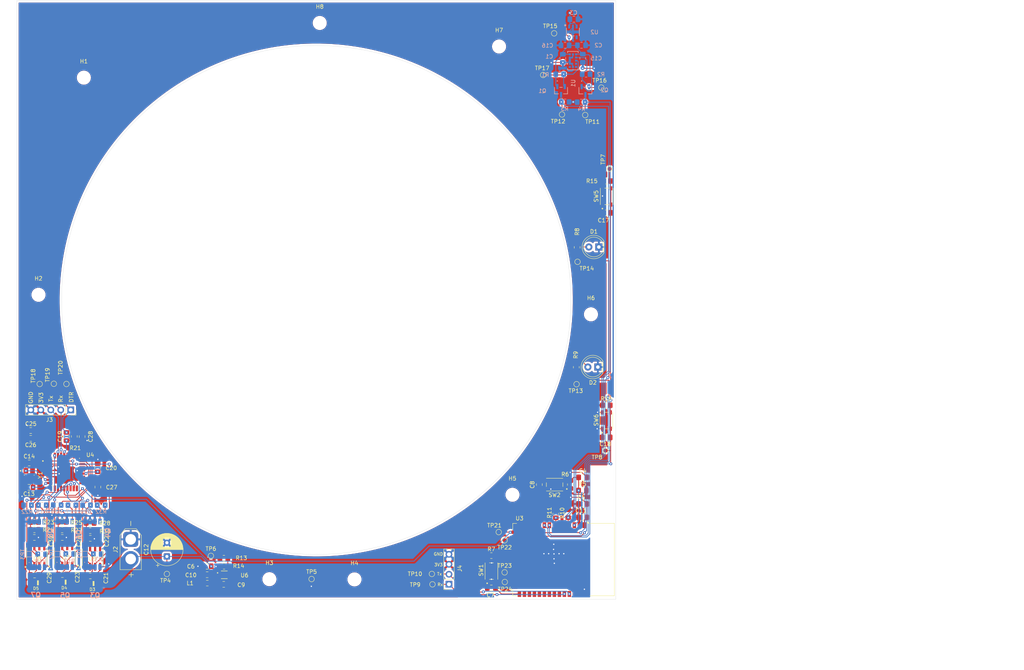
<source format=kicad_pcb>
(kicad_pcb (version 20241229) (generator "pcbnew") (generator_version "9.0")
  (layers (0 "F.Cu" signal) (2 "B.Cu" signal) (13 "F.Paste" user) (15 "B.Paste" user) (5 "F.SilkS" user "F.Silkscreen") (7 "B.SilkS" user "B.Silkscreen") (1 "F.Mask" user) (3 "B.Mask" user) (25 "Edge.Cuts" user))
  (net 0 "")
  (net 1 "/Distance/2V8")
  (net 2 "/Distance/SDA_2.8 V")
  (net 3 "/Distance/SCL_2.8 V")
  (net 4 "/BuckRegulator/Battery")
  (net 5 "/MotorDriver/PHASEA")
  (net 6 "/MotorDriver/PHASEB")
  (net 7 "/MotorDriver/PHASEC")
  (net 8 "GNDREF")
  (net 9 "Net-(U3-IO48)")
  (net 10 "Net-(U3-IO47)")
  (net 11 "Net-(U3-IO46)")
  (net 12 "/Microcontorller/Tx")
  (net 14 "/Microcontorller/Rx")
  (net 15 "/Buttons/Land")
  (net 16 "/LED/RED LED")
  (net 19 "/LED/GREEN LED")
  (net 20 "/Microcontorller/PWM")
  (net 22 "/Microcontorller/~{RESET}")
  (net 30 "/Microcontorller/~{BOOT}")
  (net 31 "/Buttons/Hover")
  (net 34 "/MotorDriver/GLC")
  (net 35 "/MotorDriver/BH")
  (net 36 "/MotorDriver/CH")
  (net 37 "/MotorDriver/CL")
  (net 38 "/MotorDriver/GLA")
  (net 39 "/MotorDriver/AH")
  (net 40 "/MotorDriver/GHB")
  (net 41 "/MotorDriver/BL")
  (net 42 "/MotorDriver/GHA")
  (net 43 "/MotorDriver/GLB")
  (net 44 "/MotorDriver/GHC")
  (net 45 "/MotorDriver/AL")
  (net 46 "/MotorDriver/~{RESET}")
  (net 47 "/MotorDriver/Tx")
  (net 48 "/MotorDriver/Rx")
  (net 49 "/MotorDriver/SensingC")
  (net 50 "/MotorDriver/COMMON")
  (net 51 "/MotorDriver/SensingB")
  (net 52 "/MotorDriver/SensingA")
  (net 53 "/BuckRegulator/3V3")
  (net 55 "/MotorDriver/DTR")
  (net 65 "/Distance/SDA")
  (net 66 "/Distance/SCL")
  (net 76 "Net-(U4-PB6)")
  (net 77 "Net-(D2-A)")
  (net 78 "Net-(D1-A)")
  (net 79 "Net-(U4-AREF)")
  (net 80 "Net-(U6-SW)")
  (net 82 "Net-(U6-FB)")
  (net 83 "Net-(U6-BST)")
  (net 84 "Net-(D3-K)")
  (net 85 "Net-(U4-PB7)")
  (net 90 "Net-(Q8-G)")
  (net 91 "Net-(D5-K)")
  (net 92 "Net-(Q7-G)")
  (net 93 "Net-(Q6-G)")
  (net 94 "Net-(Q5-G)")
  (net 95 "Net-(D4-K)")
  (net 96 "Net-(Q4-G)")
  (net 97 "Net-(Q3-G)")
  (footprint "LibraryHMS_FSymbols_Library:R_0805_2012Metric_Pad1.20x1.40mm_HandSolder" (layer "F.Cu") (at 72.6354 167.3409 180)
    (property "Reference" "R14")
    (property "Value" "10 K")
  )
  (footprint "LibraryHMS_FSymbols_Library:C_0805_2012Metric_Pad1.18x1.45mm_HandSolder" (layer "F.Cu") (at 163.8593 151.4856)
    (property "Reference" "C5")
    (property "Value" "0.1 uF")
  )
  (footprint "LibraryHMS_FSymbols_Library:C_0805_2012Metric_Pad1.18x1.45mm_HandSolder" (layer "F.Cu") (at 24.3975 160.0164 180)
    (property "Reference" "C30")
    (property "Value" "2.2 uF")
  )
  (footprint "LibraryHMS_FSymbols_Library:LED_D5.0mm" (layer "F.Cu") (at 167.7162 116.6368 180)
    (property "Reference" "D2")
    (property "Value" "GREEN")
  )
  (footprint "LibraryHMS_FSymbols_Library:C_0805_2012Metric_Pad1.18x1.45mm_HandSolder" (layer "F.Cu") (at 140.6249 172.8724 180)
    (property "Reference" "C7")
    (property "Value" "0.1 uF")
  )
  (footprint "MountingHole:MountingHole_3.2mm_M3" (layer "F.Cu") (at 165.9636 103.2256)
    (property "Reference" "H6")
    (property "Value" "MountingHole")
  )
  (footprint "LibraryHMS_FSymbols_Library:TestPoint_Pad_D1.0mm" (layer "F.Cu") (at 156.6 31.7)
    (property "Reference" "TP15")
    (property "Value" "TestPoint_Small")
  )
  (footprint "LibraryHMS_FSymbols_Library:R_0805_2012Metric_Pad1.20x1.40mm_HandSolder" (layer "F.Cu") (at 163.8206 148.0566 180)
    (property "Reference" "R5")
    (property "Value" "10 K")
  )
  (footprint "MountingHole:MountingHole_3.2mm_M3" (layer "F.Cu") (at 96.9772 29.0576)
    (property "Reference" "H8")
    (property "Value" "MountingHole")
  )
  (footprint "LibraryHMS_FSymbols_Library:C_0805_2012Metric_Pad1.18x1.45mm_HandSolder" (layer "F.Cu") (at 40.55 147.1875 90)
    (property "Reference" "C27")
    (property "Value" "0.1 uF")
  )
  (footprint "LibraryHMS_FSymbols_Library:R_0805_2012Metric_Pad1.20x1.40mm_HandSolder" (layer "F.Cu") (at 31.46 156.0664 180)
    (property "Reference" "R25")
    (property "Value" "33 K")
  )
  (footprint "LibraryHMS_FSymbols_Library:TestPoint_Pad_D1.0mm" (layer "F.Cu") (at 144 168.9)
    (property "Reference" "TP23")
    (property "Value" "TestPoint_Small")
  )
  (footprint "LibraryHMS_FSymbols_Library:SW_PTS810_SJM_250_SMTR_LFS" (layer "F.Cu") (at 169.9704 73.2081 90)
    (property "Reference" "SW5")
    (property "Value" "PTS810_SJM_250_SMTR_LFS")
  )
  (footprint "LibraryHMS_FSymbols_Library:SO8N_INF" (layer "F.Cu") (at 25.025 164.7776 90)
    (property "Reference" "U8")
    (property "Value" "IR2101STRPBF")
  )
  (footprint "LibraryHMS_FSymbols_Library:R_0805_2012Metric_Pad1.20x1.40mm_HandSolder" (layer "F.Cu") (at 24.41 158.0414)
    (property "Reference" "R24")
    (property "Value" "33 K")
  )
  (footprint "LibraryHMS_FSymbols_Library:SW_PTS810_SJM_250_SMTR_LFS" (layer "F.Cu") (at 140.6514 168.5784 90)
    (property "Reference" "SW1")
    (property "Value" "PTS810_SJM_250_SMTR_LFS")
  )
  (footprint "LibraryHMS_FSymbols_Library:TestPoint_Pad_D1.0mm" (layer "F.Cu") (at 29.35 120.9)
    (property "Reference" "TP19")
    (property "Value" "TestPoint_Small")
  )
  (footprint "LibraryHMS_FSymbols_Library:C_0805_2012Metric_Pad1.18x1.45mm_HandSolder" (layer "F.Cu") (at 40.5 142.2625 90)
    (property "Reference" "C20")
    (property "Value" "0.1 uF")
  )
  (footprint "LibraryHMS_FSymbols_Library:R_0805_2012Metric_Pad1.20x1.40mm_HandSolder" (layer "F.Cu") (at 24.435 156.1164 180)
    (property "Reference" "R23")
    (property "Value" "33 K")
  )
  (footprint "LibraryHMS_FSymbols_Library:C_0805_2012Metric_Pad1.18x1.45mm_HandSolder" (layer "F.Cu") (at 163.8593 154.9146)
    (property "Reference" "C11")
    (property "Value" "4.7 uF")
  )
  (footprint "LibraryHMS_FSymbols_Library:R_0805_2012Metric_Pad1.20x1.40mm_HandSolder" (layer "F.Cu") (at 160.7336 146.5516 90)
    (property "Reference" "R6")
    (property "Value" "10 K")
  )
  (footprint "LibraryHMS_FSymbols_Library:TestPoint_Pad_D1.0mm" (layer "F.Cu") (at 142.5 158.65)
    (property "Reference" "TP21")
    (property "Value" "TestPoint_Small")
  )
  (footprint "LibraryHMS_FSymbols_Library:PinSocket_1x05_P2.54mm_Vertical" (layer "F.Cu") (at 33.65 127.55 -90)
    (property "Reference" "J3")
    (property "Value" "Conn_01x05_Socket")
  )
  (footprint "LibraryHMS_FSymbols_Library:TestPoint_Pad_D1.0mm" (layer "F.Cu") (at 32.55 120.95)
    (property "Reference" "TP20")
    (property "Value" "TestPoint_Small")
  )
  (footprint "LibraryHMS_FSymbols_Library:R_0805_2012Metric_Pad1.20x1.40mm_HandSolder" (layer "F.Cu") (at 162.4584 86.1662 90)
    (property "Reference" "R8")
    (property "Value" "62.5")
  )
  (footprint "LibraryHMS_FSymbols_Library:C_0805_2012Metric_Pad1.18x1.45mm_HandSolder" (layer "F.Cu") (at 23.4625 134.8 180)
    (property "Reference" "C26")
    (property "Value" "0.1 uF")
  )
  (footprint "LibraryHMS_FSymbols_Library:R_0805_2012Metric_Pad1.20x1.40mm_HandSolder" (layer "F.Cu") (at 160.1724 153.9654 -90)
    (property "Reference" "R10")
    (property "Value" "4.7 K")
  )
  (footprint "LibraryHMS_FSymbols_Library:TestPoint_Pad_D1.0mm" (layer "F.Cu") (at 69.3 164.7)
    (property "Reference" "TP6")
    (property "Value" "TestPoint_Small")
  )
  (footprint "LibraryHMS_FSymbols_Library:R_0805_2012Metric_Pad1.20x1.40mm_HandSolder" (layer "F.Cu") (at 162.2348 116.6782 90)
    (property "Reference" "R9")
    (property "Value" "60")
  )
  (footprint "LibraryHMS_FSymbols_Library:SW_PTS810_SJM_250_SMTR_LFS" (layer "F.Cu") (at 169.8878 130.2565 90)
    (property "Reference" "SW6")
    (property "Value" "PTS810_SJM_250_SMTR_LFS")
  )
  (footprint "LibraryHMS_FSymbols_Library:C_0805_2012Metric_Pad1.18x1.45mm_HandSolder" (layer "F.Cu") (at 36.5398 134.3431 -90)
    (property "Reference" "C28")
    (property "Value" "4.7 uF")
  )
  (footprint "LibraryHMS_FSymbols_Library:TestPoint_Pad_D1.0mm" (layer "F.Cu") (at 164.5 52.5)
    (property "Reference" "TP11")
    (property "Value" "TestPoint_Small")
  )
  (footprint "LibraryHMS_FSymbols_Library:TestPoint_Pad_D1.0mm" (layer "F.Cu") (at 125.5 169.3)
    (property "Reference" "TP10")
    (property "Value" "TestPoint_Small")
  )
  (footprint "LibraryHMS_FSymbols_Library:R_0805_2012Metric_Pad1.20x1.40mm_HandSolder" (layer "F.Cu") (at 31.46 158.0664)
    (property "Reference" "R27")
    (property "Value" "33 K")
  )
  (footprint "LibraryHMS_FSymbols_Library:TestPoint_Pad_D1.0mm" (layer "F.Cu") (at 58.1 169.3)
    (property "Reference" "TP4")
    (property "Value" "TestPoint_Small")
  )
  (footprint "LibraryHMS_FSymbols_Library:SODFL2512X100N" (layer "F.Cu") (at 24.885 171.5664 180)
    (property "Reference" "D5")
    (property "Value" "1N4148WS")
  )
  (footprint "LibraryHMS_FSymbols_Library:R_0805_2012Metric_Pad1.20x1.40mm_HandSolder" (layer "F.Cu") (at 169.91 69.2912)
    (property "Reference" "R15")
    (property "Value" "10 K")
  )
  (footprint "MountingHole:MountingHole_3.2mm_M3" (layer "F.Cu") (at 25.4508 98.2472)
    (property "Reference" "H2")
    (property "Value" "MountingHole")
  )
  (footprint "LibraryHMS_FSymbols_Library:R_0805_2012Metric_Pad1.20x1.40mm_HandSolder" (layer "F.Cu") (at 157.0228 154.0162 -90)
    (property "Reference" "R11")
    (property "Value" "4.7 K")
  )
  (footprint "LibraryHMS_FSymbols_Library:C_0805_2012Metric_Pad1.18x1.45mm_HandSolder" (layer "F.Cu") (at 38.6225 160.2414 180)
    (property "Reference" "C22")
    (property "Value" "2.2 uF")
  )
  (footprint "LibraryHMS_FSymbols_Library:C_0805_2012Metric_Pad1.18x1.45mm_HandSolder" (layer "F.Cu") (at 72.5625 171.95 180)
    (property "Reference" "C9")
    (property "Value" "0.1 uF")
  )
  (footprint "LibraryHMS_FSymbols_Library:SO8N_INF" (layer "F.Cu") (at 39.21 165.0164 90)
    (property "Reference" "U5")
    (property "Value" "IR2101STRPBF")
  )
  (footprint "MountingHole:MountingHole_3.2mm_M3" (layer "F.Cu") (at 142.5956 35.052)
    (property "Reference" "H7")
    (property "Value" "MountingHole")
  )
  (footprint "LibraryHMS_FSymbols_Library:SO8N_INF" (layer "F.Cu") (at 32.12 164.7302 90)
    (property "Reference" "U7")
    (property "Value" "IR2101STRPBF")
  )
  (footprint "LibraryHMS_FSymbols_Library:C_0805_2012Metric_Pad1.18x1.45mm_HandSolder" (layer "F.Cu") (at 32.5688 134.3297 -90)
    (property "Reference" "C19")
    (property "Value" "0.1 uF")
  )
  (footprint "LibraryHMS_FSymbols_Library:SW_PTS810_SJM_250_SMTR_LFS" (layer "F.Cu") (at 156.725 146.575 180)
    (property "Reference" "SW2")
    (property "Value" "PTS810_SJM_250_SMTR_LFS")
  )
  (footprint "LibraryHMS_FSymbols_Library:C_0805_2012Metric_Pad1.18x1.45mm_HandSolder" (layer "F.Cu") (at 38.6225 169.7914)
    (property "Reference" "C21")
    (property "Value" "10 uF")
  )
  (footprint "LibraryHMS_FSymbols_Library:C_0805_2012Metric_Pad1.18x1.45mm_HandSolder" (layer "F.Cu") (at 152.8294 146.5629 -90)
    (property "Reference" "C8")
    (property "Value" "0.1 uF")
  )
  (footprint "LibraryHMS_FSymbols_Library:C_0805_2012Metric_Pad1.18x1.45mm_HandSolder" (layer "F.Cu") (at 163.8847 144.7292)
    (property "Reference" "C4")
    (property "Value" "1 uF")
  )
  (footprint "LibraryHMS_FSymbols_Library:R_0805_2012Metric_Pad1.20x1.40mm_HandSolder" (layer "F.Cu") (at 38.61 158.2914)
    (property "Reference" "R30")
    (property "Value" "33 K")
  )
  (footprint "LibraryHMS_FSymbols_Library:TestPoint_Pad_D1.0mm" (layer "F.Cu") (at 158.6 52.35)
    (property "Reference" "TP12")
    (property "Value" "TestPoint_Small")
  )
  (footprint "LibraryHMS_FSymbols_Library:XTAL_ABM8G-16.000MHZ-18-D2Y-T" (layer "F.Cu") (at 23.0817 144.1482)
    (property "Reference" "Y1")
    (property "Value" "ABM8G-16.000MHZ-18-D2Y-T")
  )
  (footprint "LibraryHMS_FSymbols_Library:LED_D5.0mm" (layer "F.Cu") (at 167.9702 86.0806 180)
    (property "Reference" "D1")
    (property "Value" "RED")
  )
  (footprint "LibraryHMS_FSymbols_Library:TestPoint_Pad_D1.0mm" (layer "F.Cu") (at 170.7 66.2)
    (property "Reference" "TP7")
    (property "Value" "TestPoint_Small")
  )
  (footprint "LibraryHMS_FSymbols_Library:C_0805_2012Metric_Pad1.18x1.45mm_HandSolder" (layer "F.Cu") (at 24.4475 169.5664)
    (property "Reference" "C29")
    (property "Value" "10 uF")
  )
  (footprint "MountingHole:MountingHole_3.2mm_M3" (layer "F.Cu") (at 84.1756 170.6372)
    (property "Reference" "H3")
    (property "Value" "MountingHole")
  )
  (footprint "Connector_PinSocket_2.54mm:PinSocket_1x04_P2.54mm_Vertical" (layer "F.Cu") (at 129.8452 171.9226 180)
    (property "Reference" "J4")
    (property "Value" "Conn_01x04_Socket")
  )
  (footprint "LibraryHMS_FSymbols_Library:TestPoint_Pad_D1.0mm" (layer "F.Cu") (at 162.55 89.85)
    (property "Reference" "TP14")
    (property "Value" "TestPoint_Small")
  )
  (footprint "LibraryHMS_FSymbols_Library:C_0805_2012Metric_Pad1.18x1.45mm_HandSolder" (layer "F.Cu") (at 169.8125 134.55 180)
    (property "Reference" "C18")
    (property "Value" "0.1 uF")
  )
  (footprint "MountingHole:MountingHole_3.2mm_M3" (layer "F.Cu") (at 36.9824 42.9768)
    (property "Reference" "H1")
    (property "Value" "MountingHole")
  )
  (footprint "LibraryHMS_FSymbols_Library:C_0805_2012Metric_Pad1.18x1.45mm_HandSolder" (layer "F.Cu") (at 68.3375 169.5)
    (property "Reference" "C10")
    (property "Value" "22 uF")
  )
  (footprint "LibraryHMS_FSymbols_Library:SODFL2512X100N" (layer "F.Cu") (at 39.035 171.7414 180)
    (property "Reference" "D3")
    (property "Value" "1N4148WS")
  )
  (footprint "LibraryHMS_FSymbols_Library:SODFL2512X100N" (layer "F.Cu") (at 31.935 171.3914 180)
    (property "Reference" "D4")
    (property "Value" "1N4148WS")
  )
  (footprint "LibraryHMS_FSymbols_Library:TestPoint_Pad_D1.0mm" (layer "F.Cu") (at 168.6 45.5)
    (property "Reference" "TP16")
    (property "Value" "TestPoint_Small")
  )
  (footprint "LibraryHMS_FSymbols_Library:C_0805_2012Metric_Pad1.18x1.45mm_HandSolder" (layer "F.Cu") (at 23.0875 141.05)
    (property "Reference" "C14")
    (property "Value" "18 pF")
  )
  (footprint "MountingHole:MountingHole_3.2mm_M3" (layer "F.Cu") (at 145.9992 149.1488)
    (property "Reference" "H5")
    (property "Value" "MountingHole")
  )
  (footprint "LibraryHMS_FSymbols_Library:TestPoint_Pad_D1.0mm" (layer "F.Cu") (at 144 160.75)
    (property "Reference" "TP22")
    (property "Value" "TestPoint_Small")
  )
  (footprint "LibraryHMS_FSymbols_Library:C_0805_2012Metric_Pad1.18x1.45mm_HandSolder" (layer "F.Cu") (at 169.9045 77.3938 180)
    (property "Reference" "C17")
    (property "Value" "0.1 uF")
  )
  (footprint "LibraryHMS_FSymbols_Library:TestPoint_Pad_D1.0mm" (layer "F.Cu") (at 25.75 120.95)
    (property "Reference" "TP18")
    (property "Value" "TestPoint_Small")
  )
  (footprint "LibraryHMS_FSymbols_Library:SOT563_DIO" (layer "F.Cu") (at 72.7006 169.5253)
    (property "Reference" "U6")
    (property "Value" "AP62150Z6-7")
  )
  (footprint "LibraryHMS_FSymbols_Library:TestPoint_Pad_D1.0mm" (layer "F.Cu") (at 169.7 137.9)
    (property "Reference" "TP8")
    (property "Value" "TestPoint_Small")
  )
  (footprint "LibraryHMS_FSymbols_Library:C_0805_2012Metric_Pad1.18x1.45mm_HandSolder" (layer "F.Cu") (at 31.4975 160.0164 180)
    (property "Reference" "C24")
    (property "Value" "2.2 uF")
  )
  (footprint "LibraryHMS_FSymbols_Library:C_0805_2012Metric_Pad1.18x1.45mm_HandSolder" (layer "F.Cu") (at 23.0191 147.2476 180)
    (property "Reference" "C13")
    (property "Value" "18 pF")
  )
  (footprint "LibraryHMS_FSymbols_Library:R_0805_2012Metric_Pad1.20x1.40mm_HandSolder" (layer "F.Cu") (at 34.55 134.3 90)
    (property "Reference" "R21")
    (property "Value" "10 K")
  )
  (footprint "LibraryHMS_FSymbols_Library:QFP80P900X900X120-32N" (layer "F.Cu") (at 32.4 143.35)
    (property "Reference" "U4")
    (property "Value" "ATMEGA328P-AU")
  )
  (footprint "LibraryHMS_FSymbols_Library:TestPoint_Pad_D1.0mm" (layer "F.Cu") (at 94.9 170.6)
    (property "Reference" "TP5")
    (property "Value" "TestPoint_Small")
  )
  (footprint "LibraryHMS_FSymbols_Library:R_0805_2012Metric_Pad1.20x1.40mm_HandSolder" (layer "F.Cu") (at 169.8592 126.365)
    (property "Reference" "R16")
    (property "Value" "10 K")
  )
  (footprint "LibraryHMS_FSymbols_Library:R_0805_2012Metric_Pad1.20x1.40mm_HandSolder" (layer "F.Cu") (at 38.585 156.3414 180)
    (property "Reference" "R28")
    (property "Value" "33 K")
  )
  (footprint "LibraryHMS_FSymbols_Library:ESP32-S3-WROOM-1" (layer "F.Cu") (at 159.0226 165.649 -90)
    (property "Reference" "U3")
    (property "Value" "ESP32-S3-WROOM-1")
  )
  (footprint "LibraryHMS_FSymbols_Library:C_0805_2012Metric_Pad1.18x1.45mm_HandSolder" (layer "F.Cu") (at 23.4625 132.8 180)
    (property "Reference" "C25")
    (property "Value" "0.1 uF")
  )
  (footprint "Capacitor_THT:CP_Radial_D8.0mm_P3.50mm" (layer "F.Cu") (at 58.1 164.85 90)
    (property "Reference" "C12")
    (property "Value" "1000 uF")
  )
  (footprint "LibraryHMS_FSymbols_Library:AMASS_XT30U-F_1x02_P5.0mm_Vertical" (layer "F.Cu") (at 48.9 160.5 -90)
    (property "Reference" "J2")
    (property "Value" "15V Input")
  )
  (footprint "LibraryHMS_FSymbols_Library:C_0805_2012Metric_Pad1.18x1.45mm_HandSolder" (layer "F.Cu") (at 31.5225 169.4664)
    (property "Reference" "C23")
    (property "Value" "10 uF")
  )
  (footprint "LibraryHMS_FSymbols_Library:C_0805_2012Metric_Pad1.18x1.45mm_HandSolder" (layer "F.Cu") (at 68.3375 167.35 180)
    (property "Reference" "C6")
    (property "Value" "10 uF")
  )
  (footprint "LibraryHMS_FSymbols_Library:TestPoint_Pad_D1.0mm" (layer "F.Cu") (at 125.65 171.95)
    (property "Reference" "TP9")
    (property "Value" "TestPoint_Small")
  )
  (footprint "LibraryHMS_FSymbols_Library:TestPoint_Pad_D1.0mm" (layer "F.Cu") (at 144.05 171.35)
    (property "Reference" "TP24")
    (property "Value" "TestPoint_Small")
  )
  (footprint "LibraryHMS_FSymbols_Library:TestPoint_Pad_D1.0mm" (layer "F.Cu") (at 162.3 121)
    (property "Reference" "TP13")
    (property "Value" "TestPoint_Small")
  )
  (footprint "LibraryHMS_FSymbols_Library:TestPoint_Pad_D1.0mm" (layer "F.Cu") (at 153.8 42.3)
    (property "Reference" "TP17")
    (property "Value" "TestPoint_Small")
  )
  (footprint "MountingHole:MountingHole_3.2mm_M3" (layer "F.Cu") (at 105.8164 170.688)
    (property "Reference" "H4")
    (property "Value" "MountingHole")
  )
  (footprint "LibraryHMS_FSymbols_Library:R_0805_2012Metric_Pad1.20x1.40mm_HandSolder" (layer "F.Cu") (at 72.6 165.3)
    (property "Reference" "R13")
    (property "Value" "31.6 K")
  )
  (footprint "LibraryHMS_FSymbols_Library:L_0805_2012Metric_Pad1.15x1.40mm_HandSolder" (layer "F.Cu") (at 68.375 171.65 180)
    (property "Reference" "L1")
    (property "Value" "3.3 uH")
  )
  (footprint "LibraryHMS_FSymbols_Library:R_0805_2012Metric_Pad1.20x1.40mm_HandSolder" (layer "F.Cu") (at 140.6304 164.6428)
    (property "Reference" "R7")
    (property "Value" "10 K")
  )
  (footprint "LibraryHMS_FSymbols_Library:R_0805_2012Metric_Pad1.20x1.40mm_HandSolder" (layer "B.Cu") (at 41.395 151.7914 180)
    (property "Reference" "R32")
    (property "Value" "100")
  )
  (footprint "LibraryHMS_FSymbols_Library:R_0805_2012Metric_Pad1.20x1.40mm_HandSolder" (layer "B.Cu") (at 22.645 151.7914 180)
    (property "Reference" "R22")
    (property "Value" "10 K")
  )
  (footprint "LibraryHMS_FSymbols_Library:TPH1R403NLL1Q" (layer "B.Cu") (at 32.135 170.4039)
    (property "Reference" "Q5")
    (property "Value" "TPH1R403NL,L1Q" (hide yes))
  )
  (footprint "TestPoint:TestPoint_Pad_1.0x1.0mm" (layer "B.Cu") (at 23.05 164.2664 180)
    (property "Reference" "TP3")
    (property "Value" "TestPoint_Small")
  )
  (footprint "LibraryHMS_FSymbols_Library:R_0805_2012Metric_Pad1.20x1.40mm_HandSolder" (layer "B.Cu") (at 163.452201 49.212401)
    (property "Reference" "R4")
    (property "Value" "10 K")
  )
  (footprint "LibraryHMS_FSymbols_Library:R_0805_2012Metric_Pad1.20x1.40mm_HandSolder" (layer "B.Cu") (at 164.722201 42.100401 180)
    (property "Reference" "R2")
    (property "Value" "10 K")
  )
  (footprint "LibraryHMS_FSymbols_Library:SOT-23-5_M5_MCH" (layer "B.Cu") (at 161.363602 31.337151 -90)
    (property "Reference" "U2")
    (property "Value" "MIC5255-2.8YM5-TR")
  )
  (footprint "LibraryHMS_FSymbols_Library:R_0805_2012Metric_Pad1.20x1.40mm_HandSolder" (layer "B.Cu") (at 40.4 164.2414)
    (property "Reference" "R31")
    (property "Value" "100")
  )
  (footprint "LibraryHMS_FSymbols_Library:C_0805_2012Metric_Pad1.18x1.45mm_HandSolder" (layer "B.Cu") (at 163.559301 34.734401)
    (property "Reference" "C2")
    (property "Value" "10 uF")
  )
  (footprint "LibraryHMS_FSymbols_Library:R_0805_2012Metric_Pad1.20x1.40mm_HandSolder" (layer "B.Cu") (at 37.67 151.7914 180)
    (property "Reference" "R29")
    (property "Value" "10 K")
  )
  (footprint "TestPoint:TestPoint_Pad_1.0x1.0mm" (layer "B.Cu") (at 30.21 164.2414 180)
    (property "Reference" "TP2")
    (property "Value" "TestPoint_Small")
  )
  (footprint "LibraryHMS_FSymbols_Library:R_0805_2012Metric_Pad1.20x1.40mm_HandSolder" (layer "B.Cu") (at 26.25 164.2914)
    (property "Reference" "R18")
    (property "Value" "100")
  )
  (footprint "LibraryHMS_FSymbols_Library:R_0805_2012Metric_Pad1.20x1.40mm_HandSolder" (layer "B.Cu") (at 158.016601 42.100401)
    (property "Reference" "R1")
    (property "Value" "10 K")
  )
  (footprint "LibraryHMS_FSymbols_Library:R_0805_2012Metric_Pad1.20x1.40mm_HandSolder" (layer "B.Cu") (at 30.195 151.7664 180)
    (property "Reference" "R26")
    (property "Value" "10 K")
  )
  (footprint "LibraryHMS_FSymbols_Library:TPH1R403NLL1Q" (layer "B.Cu") (at 32.11 158.7914)
    (property "Reference" "Q6")
    (property "Value" "TPH1R403NL,L1Q" (hide yes))
  )
  (footprint "LibraryHMS_FSymbols_Library:R_0805_2012Metric_Pad1.20x1.40mm_HandSolder" (layer "B.Cu") (at 26.42 151.7914 180)
    (property "Reference" "R19")
    (property "Value" "100")
  )
  (footprint "LibraryHMS_FSymbols_Library:C_0805_2012Metric_Pad1.18x1.45mm_HandSolder" (layer "B.Cu") (at 159.376101 34.759801 180)
    (property "Reference" "C16")
    (property "Value" "4.7 uF")
  )
  (footprint "LibraryHMS_FSymbols_Library:R_0805_2012Metric_Pad1.20x1.40mm_HandSolder" (layer "B.Cu") (at 33.4 164.2164)
    (property "Reference" "R12")
    (property "Value" "100")
  )
  (footprint "LibraryHMS_FSymbols_Library:TPH1R403NLL1Q" (layer "B.Cu") (at 24.985 158.8414)
    (property "Reference" "Q8")
    (property "Value" "TPH1R403NL,L1Q" (hide yes))
  )
  (footprint "LibraryHMS_FSymbols_Library:R_0805_2012Metric_Pad1.20x1.40mm_HandSolder" (layer "B.Cu") (at 159.413601 49.161601 180)
    (property "Reference" "R3")
    (property "Value" "10 K")
  )
  (footprint "LibraryHMS_FSymbols_Library:TPH1R403NLL1Q" (layer "B.Cu") (at 39.185 170.3914)
    (property "Reference" "Q3")
    (property "Value" "TPH1R403NL,L1Q" (hide yes))
  )
  (footprint "LibraryHMS_FSymbols_Library:SOT-23-3_1P4X3P040_ONS" (layer "B.Cu") (at 158.3525 46.266)
    (property "Reference" "Q1")
    (property "Value" "BSS138")
  )
  (footprint "LibraryHMS_FSymbols_Library:LGA12_STM" (layer "B.Cu") (at 161.378801 38.646001 -90)
    (property "Reference" "U1")
    (property "Value" "VL53L0CXV0DH/1")
  )
  (footprint "LibraryHMS_FSymbols_Library:C_0805_2012Metric_Pad1.18x1.45mm_HandSolder" (layer "B.Cu") (at 158.813401 38.057901 -90)
    (property "Reference" "C1")
    (property "Value" "0.1 uF")
  )
  (footprint "LibraryHMS_FSymbols_Library:C_0805_2012Metric_Pad1.18x1.45mm_HandSolder" (layer "B.Cu") (at 163.893401 38.032501 -90)
    (property "Reference" "C15")
    (property "Value" "0.1 uF")
  )
  (footprint "LibraryHMS_FSymbols_Library:TPH1R403NLL1Q" (layer "B.Cu") (at 25.065 170.4414)
    (property "Reference" "Q7")
    (property "Value" "TPH1R403NL,L1Q" (hide yes))
  )
  (footprint "LibraryHMS_FSymbols_Library:SOT-23-3_1P4X3P040_ONS" (layer "B.Cu") (at 164.55 46.284)
    (property "Reference" "Q2")
    (property "Value" "BSS138")
  )
  (footprint "LibraryHMS_FSymbols_Library:TPH1R403NLL1Q" (layer "B.Cu") (at 39.185 158.8)
    (property "Reference" "Q4")
    (property "Value" "TPH1R403NL,L1Q" (hide yes))
  )
  (footprint "TestPoint:TestPoint_Pad_1.0x1.0mm" (layer "B.Cu") (at 37.2872 164.2364 180)
    (property "Reference" "TP1")
    (property "Value" "TestPoint_Small")
  )
  (footprint "LibraryHMS_FSymbols_Library:R_0805_2012Metric_Pad1.20x1.40mm_HandSolder" (layer "B.Cu") (at 33.945 151.7914 180)
    (property "Reference" "R17")
    (property "Value" "100")
  )
  (footprint "LibraryHMS_FSymbols_Library:C_0805_2012Metric_Pad1.18x1.45mm_HandSolder" (layer "B.Cu") (at 161.636701 28.105001)
    (property "Reference" "C3")
    (property "Value" "10 uF")
  )
  (gr_circle (center 96.0882 99.568) (end 160.8582 99.568) (stroke (width 0.05)) (fill no) (layer "Edge.Cuts"))
  (gr_rect (start 19.8882 23.368) (end 172.2882 175.768) (stroke (width 0.05)) (fill no) (layer "Edge.Cuts"))
  (gr_text "Rx" (at 126.85 172.45 0) (layer "F.SilkS") (effects (font (size 0.762 0.762) (thickness 0.127) (bold yes)) (justify left bottom)))
  (gr_text "GND" (at 125.9 164.7 0) (layer "F.SilkS") (effects (font (size 0.762 0.762) (thickness 0.127) (bold yes)) (justify left bottom)))
  (gr_text "Tx\n" (at 28.6 124.7 90) (layer "F.SilkS") (effects (font (size 1 1))))
  (gr_text "DTR" (at 33.8 124.3 90) (layer "F.SilkS") (effects (font (size 1 1))))
  (gr_text "3V3\n" (at 26.1 124.45 90) (layer "F.SilkS") (effects (font (size 1 1))))
  (gr_text "Tx" (at 126.75 169.75 0) (layer "F.SilkS") (effects (font (size 0.762 0.762) (thickness 0.127) (bold yes)) (justify left bottom)))
  (gr_text "3V3\n" (at 126.05 167.4 0) (layer "F.SilkS") (effects (font (size 0.762 0.762) (thickness 0.127) (bold yes)) (justify left bottom)))
  (gr_text "GND\n" (at 23.5 124.4 90) (layer "F.SilkS") (effects (font (size 1 1))))
  (gr_text "Rx\n" (at 31.1 124.75 90) (layer "F.SilkS") (effects (font (size 1 1))))
  (segment (start 156.6 31.7) (end 159.4112 31.7) (width 0.2032) (layer "F.Cu") (net 1))
  (segment (start 159.4112 31.7) (end 160.413601 32.702401) (width 0.2032) (layer "F.Cu") (net 1))
  (via (at 160.413601 32.702401) (size 0.762) (drill 0.3302) (layers "F.Cu" "B.Cu") (net 1))
  (segment (start 164.100657 45.326201) (end 163.639401 45.326201) (width 0.2032) (layer "B.Cu") (net 1))
  (segment (start 160.413601 34.759801) (end 162.496401 34.759801) (width 0.2032) (layer "B.Cu") (net 1))
  (segment (start 163.893401 36.995001) (end 164.0484 37.15) (width 0.2032) (layer "B.Cu") (net 1))
  (segment (start 162.229803 36.995001) (end 162.178802 37.046002) (width 0.2032) (layer "B.Cu") (net 1))
  (segment (start 166.145201 46.106657) (end 165.882357 46.369501) (width 0.2032) (layer "B.Cu") (net 1))
  (segment (start 157.016601 38.817201) (end 157.016601 42.100401) (width 0.2032) (layer "B.Cu") (net 1))
  (segment (start 162.496401 34.759801) (end 162.521801 34.734401) (width 0.2032) (layer "B.Cu") (net 1))
  (segment (start 160.553199 37.020401) (end 160.5788 37.046002) (width 0.2032) (layer "B.Cu") (net 1))
  (segment (start 165.722201 42.100401) (end 166.145201 42.523401) (width 0.2032) (layer "B.Cu") (net 1))
  (segment (start 157.016601 42.100401) (end 157.016601 44.900601) (width 0.2032) (layer "B.Cu") (net 1))
  (segment (start 162.521801 34.734401) (end 162.521801 35.623401) (width 0.2032) (layer "B.Cu") (net 1))
  (segment (start 158.813401 37.020401) (end 160.553199 37.020401) (width 0.2032) (layer "B.Cu") (net 1))
  (segment (start 165.882357 46.369501) (end 165.143957 46.369501) (width 0.2032) (layer "B.Cu") (net 1))
  (segment (start 163.893401 36.995001) (end 162.229803 36.995001) (width 0.2032) (layer "B.Cu") (net 1))
  (segment (start 158.813401 37.020401) (end 157.016601 38.817201) (width 0.2032) (layer "B.Cu") (net 1))
  (segment (start 160.413601 32.702401) (end 160.413601 34.759801) (width 0.2032) (layer "B.Cu") (net 1))
  (segment (start 165.722201 37.472201) (end 165.722201 42.100401) (width 0.2032) (layer "B.Cu") (net 1))
  (segment (start 160.413601 34.759801) (end 158.813401 36.360001) (width 0.2032) (layer "B.Cu") (net 1))
  (segment (start 162.521801 35.623401) (end 163.893401 36.995001) (width 0.2032) (layer "B.Cu") (net 1))
  (segment (start 157.016601 44.900601) (end 157.421401 45.305401) (width 0.2032) (layer "B.Cu") (net 1))
  (segment (start 165.4 37.15) (end 165.722201 37.472201) (width 0.2032) (layer "B.Cu") (net 1))
  (segment (start 166.145201 42.523401) (end 166.145201 46.106657) (width 0.2032) (layer "B.Cu") (net 1))
  (segment (start 158.813401 36.360001) (end 158.813401 37.020401) (width 0.2032) (layer "B.Cu") (net 1))
  (segment (start 165.143957 46.369501) (end 164.100657 45.326201) (width 0.2032) (layer "B.Cu") (net 1))
  (segment (start 164.0484 37.15) (end 165.4 37.15) (width 0.2032) (layer "B.Cu") (net 1))
  (segment (start 158.817002 42.3) (end 159.016601 42.100401) (width 0.2032) (layer "F.Cu") (net 2))
  (segment (start 153.8 42.3) (end 158.817002 42.3) (width 0.2032) (layer "F.Cu") (net 2))
  (via (at 159.016601 42.100401) (size 0.762) (drill 0.3302) (layers "F.Cu" "B.Cu") (net 2))
  (segment (start 162.734602 38.890202) (end 162.734602 40.8018) (width 0.2032) (layer "B.Cu") (net 2))
  (segment (start 159.016601 45.000601) (end 159.321401 45.305401) (width 0.2032) (layer "B.Cu") (net 2))
  (segment (start 159.016601 42.100401) (end 159.016601 45.000601) (width 0.2032) (layer "B.Cu") (net 2))
  (segment (start 162.490401 38.646001) (end 162.734602 38.890202) (width 0.2032) (layer "B.Cu") (net 2))
  (segment (start 161.436001 42.100401) (end 159.016601 42.100401) (width 0.2032) (layer "B.Cu") (net 2))
  (segment (start 162.734602 40.8018) (end 161.436001 42.100401) (width 0.2032) (layer "B.Cu") (net 2))
  (segment (start 162.178802 38.646001) (end 162.490401 38.646001) (width 0.2032) (layer "B.Cu") (net 2))
  (segment (start 165.691401 45.5) (end 165.459401 45.268) (width 0.2032) (layer "F.Cu") (net 3))
  (segment (start 168.6 45.5) (end 165.691401 45.5) (width 0.2032) (layer "F.Cu") (net 3))
  (via (at 165.459401 45.268) (size 0.762) (drill 0.3302) (layers "F.Cu" "B.Cu") (net 3))
  (segment (start 163.722201 43.509001) (end 165.539401 45.326201) (width 0.2032) (layer "B.Cu") (net 3))
  (segment (start 164.924201 40.898401) (end 163.722201 42.100401) (width 0.2032) (layer "B.Cu") (net 3))
  (segment (start 164.924201 38.495355) (end 164.924201 40.898401) (width 0.2032) (layer "B.Cu") (net 3))
  (segment (start 163.722201 42.100401) (end 163.722201 43.509001) (width 0.2032) (layer "B.Cu") (net 3))
  (segment (start 162.221103 37.888301) (end 164.317147 37.888301) (width 0.2032) (layer "B.Cu") (net 3))
  (segment (start 164.317147 37.888301) (end 164.924201 38.495355) (width 0.2032) (layer "B.Cu") (net 3))
  (segment (start 162.178802 37.846) (end 162.221103 37.888301) (width 0.2032) (layer "B.Cu") (net 3))
  (segment (start 69.375 167.35) (end 71.050301 169.025301) (width 0.2032) (layer "F.Cu") (net 4))
  (segment (start 71.050301 169.025301) (end 71.8497 169.025301) (width 0.2032) (layer "F.Cu") (net 4))
  (segment (start 37.3792 171.9972) (end 31.1408 171.9972) (width 0.2032) (layer "F.Cu") (net 4))
  (segment (start 37.635 171.7414) (end 37.3792 171.9972) (width 0.2032) (layer "F.Cu") (net 4))
  (segment (start 38.2408 172.3472) (end 37.635 171.7414) (width 0.2032) (layer "F.Cu") (net 4))
  (segment (start 37.305 169.5114) (end 37.585 169.7914) (width 0.2032) (layer "F.Cu") (net 4))
  (segment (start 30.535 171.3914) (end 29.7542 172.1722) (width 0.2032) (layer "F.Cu") (net 4))
  (segment (start 48.9 165.5) (end 42.0528 172.3472) (width 0.2032) (layer "F.Cu") (net 4))
  (segment (start 23.485 169.6414) (end 23.41 169.5664) (width 0.2032) (layer "F.Cu") (net 4))
  (segment (start 30.485 169.4664) (end 30.485 171.3414) (width 0.2032) (layer "F.Cu") (net 4))
  (segment (start 30.215 167.194) (end 30.215 169.1964) (width 0.2032) (layer "F.Cu") (net 4))
  (segment (start 37.305 167.4802) (end 37.305 169.5114) (width 0.2032) (layer "F.Cu") (net 4))
  (segment (start 37.585 169.7914) (end 37.585 171.6914) (width 0.2032) (layer "F.Cu") (net 4))
  (segment (start 23.12 169.2764) (end 23.41 169.5664) (width 0.2032) (layer "F.Cu") (net 4))
  (segment (start 29.7542 172.1722) (end 24.0908 172.1722) (width 0.2032) (layer "F.Cu") (net 4))
  (segment (start 37.585 171.6914) (end 37.635 171.7414) (width 0.2032) (layer "F.Cu") (net 4))
  (segment (start 30.485 171.3414) (end 30.535 171.3914) (width 0.2032) (layer "F.Cu") (net 4))
  (segment (start 31.1408 171.9972) (end 30.535 171.3914) (width 0.2032) (layer "F.Cu") (net 4))
  (segment (start 23.12 167.2414) (end 23.12 169.2764) (width 0.2032) (layer "F.Cu") (net 4))
  (segment (start 42.0528 172.3472) (end 38.2408 172.3472) (width 0.2032) (layer "F.Cu") (net 4))
  (segment (start 30.215 169.1964) (end 30.485 169.4664) (width 0.2032) (layer "F.Cu") (net 4))
  (segment (start 24.0908 172.1722) (end 23.485 171.5664) (width 0.2032) (layer "F.Cu") (net 4))
  (segment (start 23.485 171.5664) (end 23.485 169.6414) (width 0.2032) (layer "F.Cu") (net 4))
  (segment (start 58.1 169.3) (end 58.1 164.85) (width 0.2032) (layer "F.Cu") (net 4))
  (via (at 69.375 167.35) (size 0.762) (drill 0.3302) (layers "F.Cu" "B.Cu") (net 4))
  (segment (start 38.55 173.2414) (end 37.28 173.2414) (width 1.5) (layer "B.Cu") (net 4))
  (segment (start 39.185 170.8414) (end 43.5586 170.8414) (width 4) (layer "B.Cu") (net 4))
  (segment (start 32.77 173.2539) (end 31.5 173.2539) (width 1.5) (layer "B.Cu") (net 4))
  (segment (start 58.1 164.85) (end 49.55 164.85) (width 0.2032) (layer "B.Cu") (net 4))
  (segment (start 49.55 164.85) (end 48.9 165.5) (width 0.2032) (layer "B.Cu") (net 4))
  (segment (start 26.97 173.2914) (end 25.7 173.2914) (width 1.5) (layer "B.Cu") (net 4))
  (segment (start 25.065 170.8914) (end 32.0975 170.8914) (width 4) (layer "B.Cu") (net 4))
  (segment (start 43.5586 170.8414) (end 48.9 165.5) (width 4) (layer "B.Cu") (net 4))
  (segment (start 25.7 173.2914) (end 24.43 173.2914) (width 1.5) (layer "B.Cu") (net 4))
  (segment (start 39.82 173.2414) (end 38.55 173.2414) (width 1.5) (layer "B.Cu") (net 4))
  (segment (start 32.135 170.8539) (end 39.1725 170.8539) (width 4) (layer "B.Cu") (net 4))
  (segment (start 66.875 164.85) (end 69.375 167.35) (width 0.2032) (layer "B.Cu") (net 4))
  (segment (start 32.0975 170.8914) (end 32.135 170.8539) (width 0.2032) (layer "B.Cu") (net 4))
  (segment (start 23.16 173.2914) (end 24.43 173.2914) (width 1.5) (layer "B.Cu") (net 4))
  (segment (start 34.04 173.2539) (end 32.77 173.2539) (width 1.5) (layer "B.Cu") (net 4))
  (segment (start 34.0525 173.2414) (end 34.04 173.2539) (width 0.2032) (layer "B.Cu") (net 4))
  (segment (start 37.28 173.2414) (end 34.0525 173.2414) (width 1.5) (layer "B.Cu") (net 4))
  (segment (start 26.97 173.2914) (end 30.1925 173.2914) (width 1.5) (layer "B.Cu") (net 4))
  (segment (start 58.1 164.85) (end 66.875 164.85) (width 0.2032) (layer "B.Cu") (net 4))
  (segment (start 39.82 173.2414) (end 41.09 173.2414) (width 1.5) (layer "B.Cu") (net 4))
  (segment (start 30.23 173.2539) (end 31.5 173.2539) (width 1.5) (layer "B.Cu") (net 4))
  (segment (start 30.1925 173.2914) (end 30.23 173.2539) (width 0.2032) (layer "B.Cu") (net 4))
  (segment (start 39.1725 170.8539) (end 39.185 170.8414) (width 0.2032) (layer "B.Cu") (net 4))
  (segment (start 39.66 160.2414) (end 39.66 160.3) (width 0.2032) (layer "F.Cu") (net 5))
  (segment (start 39.66 162.3676) (end 39.845 162.5526) (width 0.2032) (layer "F.Cu") (net 5))
  (segment (start 39.66 158.3414) (end 39.61 158.2914) (width 0.2032) (layer "F.Cu") (net 5))
  (segment (start 39.66 160.2414) (end 39.66 158.3414) (width 0.2032) (layer "F.Cu") (net 5))
  (segment (start 39.66 160.2414) (end 39.66 162.3676) (width 0.2032) (layer "F.Cu") (net 5))
  (via (at 39.66 160.35) (size 0.762) (drill 0.3302) (layers "F.Cu" "B.Cu") (net 5))
  (segment (start 39.82 161.65) (end 38.55 161.65) (width 1.5) (layer "B.Cu") (net 5))
  (segment (start 38.55 161.65) (end 37.28 161.65) (width 1.5) (layer "B.Cu") (net 5))
  (segment (start 38.55 167.5414) (end 39.7108 167.5414) (width 1) (layer "B.Cu") (net 5))
  (segment (start 37.28 163.92) (end 37.28 161.65) (width 1.5) (layer "B.Cu") (net 5))
  (segment (start 38.55 167.5414) (end 37.28 167.5414) (width 1.5) (layer "B.Cu") (net 5))
  (segment (start 37.28 167.5414) (end 37.28 164.4364) (width 1.5) (layer "B.Cu") (net 5))
  (segment (start 41.09 161.65) (end 39.82 161.65) (width 1.5) (layer "B.Cu") (net 5))
  (segment (start 32.755 160.2364) (end 32.535 160.0164) (width 0.2032) (layer "F.Cu") (net 6))
  (segment (start 32.755 162.2664) (end 32.755 160.2364) (width 0.2032) (layer "F.Cu") (net 6))
  (segment (start 32.535 158.1414) (end 32.46 158.0664) (width 0.2032) (layer "F.Cu") (net 6))
  (segment (start 32.535 160.0164) (end 32.535 158.1414) (width 0.2032) (layer "F.Cu") (net 6))
  (segment (start 32.535 160.0164) (end 32.535 159.95) (width 0.2032) (layer "F.Cu") (net 6))
  (via (at 32.535 160.0164) (size 0.762) (drill 0.3302) (layers "F.Cu" "B.Cu") (net 6))
  (segment (start 30.23 167.5539) (end 31.5 167.5539) (width 1.5) (layer "B.Cu") (net 6))
  (segment (start 31.475 161.6414) (end 30.205 161.6414) (width 1.5) (layer "B.Cu") (net 6))
  (segment (start 30.23 164.2614) (end 30.21 164.2414) (width 1.5) (layer "B.Cu") (net 6))
  (segment (start 34.015 161.6414) (end 32.745 161.6414) (width 1.5) (layer "B.Cu") (net 6))
  (segment (start 32.77 167.5539) (end 31.5 167.5539) (width 1) (layer "B.Cu") (net 6))
  (segment (start 30.21 161.6464) (end 30.205 161.6414) (width 1.5) (layer "B.Cu") (net 6))
  (segment (start 30.21 164.2414) (end 30.21 161.6464) (width 1.5) (layer "B.Cu") (net 6))
  (segment (start 30.23 167.5539) (end 30.23 164.2614) (width 1.5) (layer "B.Cu") (net 6))
  (segment (start 32.745 161.6414) (end 31.475 161.6414) (width 1.5) (layer "B.Cu") (net 6))
  (segment (start 25.66 160.2414) (end 25.435 160.0164) (width 0.2032) (layer "F.Cu") (net 7))
  (segment (start 25.66 162.3138) (end 25.66 160.2414) (width 0.2032) (layer "F.Cu") (net 7))
  (segment (start 25.435 160.0164) (end 25.435 158.0664) (width 0.2032) (layer "F.Cu") (net 7))
  (segment (start 25.435 158.0664) (end 25.41 158.0414) (width 0.2032) (layer "F.Cu") (net 7))
  (via (at 25.435 160.0164) (size 0.762) (drill 0.3302) (layers "F.Cu" "B.Cu") (net 7))
  (segment (start 23.05 167.4814) (end 23.16 167.5914) (width 1.5) (layer "B.Cu") (net 7))
  (segment (start 25.7 167.5914) (end 24.43 167.5914) (width 1) (layer "B.Cu") (net 7))
  (segment (start 23.05 164.2664) (end 23.05 161.7214) (width 1.5) (layer "B.Cu") (net 7))
  (segment (start 23.05 161.7214) (end 23.08 161.6914) (width 1.5) (layer "B.Cu") (net 7))
  (segment (start 23.05 164.2664) (end 23.05 167.4814) (width 1.5) (layer "B.Cu") (net 7))
  (segment (start 26.89 161.6914) (end 25.62 161.6914) (width 1.5) (layer "B.Cu") (net 7))
  (segment (start 25.62 161.6914) (end 24.35 161.6914) (width 1.5) (layer "B.Cu") (net 7))
  (segment (start 24.35 161.6914) (end 23.08 161.6914) (width 1.5) (layer "B.Cu") (net 7))
  (segment (start 24.43 167.5914) (end 23.16 167.5914) (width 1.5) (layer "B.Cu") (net 7))
  (segment (start 168.9034 132.4221) (end 168.8128 132.3315) (width 0.2032) (layer "F.Cu") (net 8))
  (segment (start 156.5626 164.149) (end 156.45 164.0364) (width 0.2032) (layer "F.Cu") (net 8))
  (segment (start 40.55 148.225) (end 40.55 149.3) (width 0.2032) (layer "F.Cu") (net 8))
  (segment (start 71.6354 167.3409) (end 72.4603 168.1658) (width 0.2032) (layer "F.Cu") (net 8))
  (segment (start 22.425 132.8) (end 22.425 131.425) (width 0.2032) (layer "F.Cu") (net 8))
  (segment (start 28.23 143.75) (end 30.65 143.75) (width 0.2032) (layer "F.Cu") (net 8))
  (segment (start 40.5 140.2) (end 40.55 140.15) (width 0.2032) (layer "F.Cu") (net 8))
  (segment (start 168.8954 73.1) (end 168.8954 71.1331) (width 0.2032) (layer "F.Cu") (net 8))
  (segment (start 163.2112 149.8) (end 160.8 149.8) (width 0.2032) (layer "F.Cu") (net 8))
  (segment (start 28.8642 152.5142) (end 28.8642 154.35) (width 0.2032) (layer "F.Cu") (net 8))
  (segment (start 35.35 142.95) (end 35.3 143) (width 0.2032) (layer "F.Cu") (net 8))
  (segment (start 34.994 167.194) (end 35.7 167.9) (width 0.2032) (layer "F.Cu") (net 8))
  (segment (start 154.001 164.149) (end 154 164.15) (width 0.2032) (layer "F.Cu") (net 8))
  (segment (start 21.9816 147.2476) (end 21.9816 145.4983) (width 0.2032) (layer "F.Cu") (net 8))
  (segment (start 42.5698 167.4802) (end 43.3 166.75) (width 0.2032) (layer "F.Cu") (net 8))
  (segment (start 34.025 168.0014) (end 34.025 167.194) (width 0.2032) (layer "F.Cu") (net 8))
  (segment (start 157.85 164.149) (end 159.049 164.149) (width 0.2032) (layer "F.Cu") (net 8))
  (segment (start 26.93 167.2414) (end 27.8414 167.2414) (width 0.2032) (layer "F.Cu") (net 8))
  (segment (start 154.7004 147.6004) (end 154.75 147.65) (width 0.2032) (layer "F.Cu") (net 8))
  (segment (start 28.85 142.15) (end 29.2426 141.7574) (width 0.2032) (layer "F.Cu") (net 8))
  (segment (start 139.5874 172.8724) (end 139.5874 170.6644) (width 0.2032) (layer "F.Cu") (net 8))
  (segment (start 26.93 168.1214) (end 26.93 167.2414) (width 0.2032) (layer "F.Cu") (net 8))
  (segment (start 140.6466 170.6534) (end 140.65 170.65) (width 0.2032) (layer "F.Cu") (net 8))
  (segment (start 28.23 142.15) (end 28.85 142.15) (width 0.2032) (layer "F.Cu") (net 8))
  (segment (start 156.45 164.0364) (end 156.45 163.05) (width 0.2032) (layer "F.Cu") (net 8))
  (segment (start 39.66 169.7914) (end 41.115 168.3364) (width 0.2032) (layer "F.Cu") (net 8))
  (segment (start 164.8968 151.4856) (end 163.2112 149.8) (width 0.2032) (layer "F.Cu") (net 8))
  (segment (start 156.5626 164.149) (end 155.2 164.149) (width 0.2032) (layer "F.Cu") (net 8))
  (segment (start 23.9317 143.0482) (end 23.9317 141.2433) (width 0.2032) (layer "F.Cu") (net 8))
  (segment (start 94.9 170.6) (end 94.9 172.4) (width 0.2032) (layer "F.Cu") (net 8))
  (segment (start 41.115 167.4802) (end 42.5698 167.4802) (width 0.2032) (layer "F.Cu") (net 8))
  (segment (start 164.2826 156.899) (end 164.2826 155.5288) (width 0.2032) (layer "F.Cu") (net 8))
  (segment (start 167.6815 128.1815) (end 167.65 128.15) (width 0.2032) (layer "F.Cu") (net 8))
  (segment (start 21.9816 145.4983) (end 22.2317 145.2482) (width 0.2032) (layer "F.Cu") (net 8))
  (segment (start 168.867 77.3938) (end 168.867 75.3115) (width 0.2032) (layer "F.Cu") (net 8))
  (segment (start 23.9317 141.2433) (end 24.125 141.05) (width 0.2032) (layer "F.Cu") (net 8))
  (segment (start 156.5626 165.45) (end 156.5626 166.5126) (width 0.2032) (layer "F.Cu") (net 8))
  (segment (start 155.7 147.65) (end 155.75 147.7) (width 0.2032) (layer "F.Cu") (net 8))
  (segment (start 30.2216 141.7574) (end 30.5 142.0358) (width 0.2032) (layer "F.Cu") (net 8))
  (segment (start 22.425 134.8) (end 22.425 132.8) (width 0.2032) (layer "F.Cu") (net 8))
  (segment (start 25.485 169.5664) (end 26.93 168.1214) (width 0.2032) (layer "F.Cu") (net 8))
  (segment (start 158.813401 39.095401) (end 155.904599 39.095401) (width 0.2032) (layer "F.Cu") (net 8))
  (segment (start 155.2 164.149) (end 154.001 164.149) (width 0.2032) (layer "F.Cu") (net 8))
  (segment (start 36.5398 135.3806) (end 37.7694 135.3806) (width 0.2032) (layer "F.Cu") (net 8))
  (segment (start 164.2826 173.2174) (end 164.3 173.2) (width 0.2032) (layer "F.Cu") (net 8))
  (segment (start 168.8128 128.1815) (end 167.6815 128.1815) (width 0.2032) (layer "F.Cu") (net 8))
  (segment (start 152.8294 147.6004) (end 154.7004 147.6004) (width 0.2032) (layer "F.Cu") (net 8))
  (segment (start 156.5626 166.5126) (end 156.65 166.6) (width 0.2032) (layer "F.Cu") (net 8))
  (segment (start 140.6966 166.5034) (end 140.7 166.5) (width 0.2032) (layer "F.Cu") (net 8))
  (segment (start 160.8 149.55) (end 160.8 149.8) (width 0.2032) (layer "F.Cu") (net 8))
  (segment (start 22.2317 145.2482) (end 22.2317 145.0366) (width 0.2032) (layer "F.Cu") (net 8))
  (segment (start 164.8968 154.9146) (end 164.8968 151.4856) (width 0.2032) (layer "F.Cu") (net 8))
  (segment (start 156.5626 164.2) (end 156.5626 165.45) (width 0.2032) (layer "F.Cu") (net 8))
  (segment (start 30.65 143.75) (end 30.7 143.8) (width 0.2032) (layer "F.Cu") (net 8))
  (segment (start 34.025 167.194) (end 34.994 167.194) (width 0.2032) (layer "F.Cu") (net 8))
  (segment (start 168.867 75.3115) (end 168.8954 75.2831) (width 0.2032) (layer "F.Cu") (net 8))
  (segment (start 41.115 168.3364) (end 41.115 167.4802) (width 0.2032) (layer "F.Cu") (net 8))
  (segment (start 27.8414 167.2414) (end 28.55 167.95) (width 0.2032) (layer "F.Cu") (net 8))
  (segment (start 37.7694 135.3806) (end 37.8 135.35) (width 0.2032) (layer "F.Cu") (net 8))
  (segment (start 21.9816 147.2476) (end 21.9816 148.8184) (width 0.2032) (layer "F.Cu") (net 8))
  (segment (start 72.4603 169.9581) (end 72.393101 170.025299) (width 0.2032) (layer "F.Cu") (net 8))
  (segment (start 22.425 131.425) (end 22.4 131.4) (width 0.2032) (layer "F.Cu") (net 8))
  (segment (start 163.85 40.6) (end 166.8 40.6) (width 0.2032) (layer "F.Cu") (net 8))
  (segment (start 22.2317 145.0366) (end 23.9317 143.3366) (width 0.2032) (layer "F.Cu") (net 8))
  (segment (start 159.049 164.149) (end 159.05 164.15) (width 0.2032) (layer "F.Cu") (net 8))
  (segment (start 168.8128 132.3315) (end 167.5685 132.3315) (width 0.2032) (layer "F.Cu") (net 8))
  (segment (start 164.9222 144.7292) (end 163.643 143.45) (width 0.2032) (layer "F.Cu") (net 8))
  (segment (start 139.5764 166.5034) (end 140.6966 166.5034) (width 0.2032) (layer "F.Cu") (net 8))
  (segment (start 155.904599 39.095401) (end 155.85 39.15) (width 0.2032) (layer "F.Cu") (net 8))
  (segment (start 168.8954 73.1) (end 168.8954 75.2831) (width 0.2032) (layer "F.Cu") (net 8))
  (segment (start 94.9 172.4) (end 94.85 172.45) (width 0.2032) (layer "F.Cu") (net 8))
  (segment (start 154.75 147.65) (end 155.7 147.65) (width 0.2032) (layer "F.Cu") (net 8))
  (segment (start 21.9816 148.8184) (end 21.25 149.55) (width 0.2032) (layer "F.Cu") (net 8))
  (segment (start 156.45 163.05) (end 156.45 161.8) (width 0.2032) (layer "F.Cu") (net 8))
  (segment (start 158.9 147.65) (end 160.8 149.55) (width 0.2032) (layer "F.Cu") (net 8))
  (segment (start 156.5626 164.149) (end 156.5626 164.2) (width 0.2032) (layer "F.Cu") (net 8))
  (segment (start 167.5685 132.3315) (end 167.55 132.35) (width 0.2032) (layer "F.Cu") (net 8))
  (segment (start 156.5626 164.149) (end 157.85 164.149) (width 0.2032) (layer "F.Cu") (net 8))
  (segment (start 40.5 141.225) (end 40.5 140.2) (width 0.2032) (layer "F.Cu") (net 8))
  (segment (start 67.3 169.5) (end 67.3 167.35) (width 0.2032) (layer "F.Cu") (net 8))
  (segment (start 23.9317 143.3366) (end 23.9317 143.0482) (width 0.2032) (layer "F.Cu") (net 8))
  (segment (start 72.393101 170.025299) (end 71.8497 170.025299) (width 0.2032) (layer "F.Cu") (net 8))
  (segment (start 71.6354 167.3409) (end 70.6591 167.3409) (width 0.2032) (layer "F.Cu") (net 8))
  (segment (start 139.5764 170.6534) (end 140.6466 170.6534) (width 0.2032) (layer "F.Cu") (net 8))
  (segment (start 139.5874 170.6644) (end 139.5764 170.6534) (width 0.2032) (layer "F.Cu") (net 8))
  (segment (start 156.45 161.8) (end 156.5 161.75) (width 0.2032) (layer "F.Cu") (net 8))
  (segment (start 67.3 167.35) (end 66 167.35) (width 0.2032) (layer "F.Cu") (net 8))
  (segment (start 164.2826 174.399) (end 164.2826 173.2174) (width 0.2032) (layer "F.Cu") (net 8))
  (segment (start 163.643 143.45) (end 160.7 143.45) (width 0.2032) (layer "F.Cu") (net 8))
  (segment (start 164.2826 155.5288) (end 164.8968 154.9146) (width 0.2032) (layer "F.Cu") (net 8))
  (segment (start 70.6591 167.3409) (end 70.6 167.4) (width 0.2032) (layer "F.Cu") (net 8))
  (segment (start 32.56 169.4664) (end 34.025 168.0014) (width 0.2032) (layer "F.Cu") (net 8))
  (segment (start 168.9034 134.5692) (end 168.9034 132.4221) (width 0.2032) (layer "F.Cu") (net 8))
  (segment (start 36.57 142.95) (end 35.35 142.95) (width 0.2032) (layer "F.Cu") (net 8))
  (segment (start 72.4603 168.1658) (end 72.4603 169.9581) (width 0.2032) (layer "F.Cu") (net 8))
  (segment (start 29.2426 141.7574) (end 30.2216 141.7574) (width 0.2032) (layer "F.Cu") (net 8))
  (via (at 156.65 166.6) (size 0.762) (drill 0.3302) (layers "F.Cu" "B.Cu") (net 8))
  (via (at 40.55 140.15) (size 0.762) (drill 0.3302) (layers "F.Cu" "B.Cu") (net 8))
  (via (at 158.813401 39.095401) (size 0.762) (drill 0.3302) (layers "F.Cu" "B.Cu") (net 8))
  (via (at 140.7 166.5) (size 0.762) (drill 0.3302) (layers "F.Cu" "B.Cu") (net 8))
  (via (at 168.8954 73.1) (size 0.762) (drill 0.3302) (layers "F.Cu" "B.Cu") (net 8))
  (via (at 155.2 164.149) (size 0.762) (drill 0.3302) (layers "F.Cu" "B.Cu") (net 8))
  (via (at 159.05 164.15) (size 0.762) (drill 0.3302) (layers "F.Cu" "B.Cu") (net 8))
  (via (at 163.85 40.6) (size 0.762) (drill 0.3302) (layers "F.Cu" "B.Cu") (net 8))
  (via (at 35.7 167.9) (size 0.762) (drill 0.3302) (layers "F.Cu" "B.Cu") (net 8))
  (via (at 160.7 143.45) (size 0.762) (drill 0.3302) (layers "F.Cu" "B.Cu") (net 8))
  (via (at 37.8 135.35) (size 0.762) (drill 0.3302) (layers "F.Cu" "B.Cu") (net 8))
  (via (at 28.8642 154.35) (size 0.762) (drill 0.3302) (layers "F.Cu" "B.Cu") (net 8))
  (via (at 30.5 142.0358) (size 0.762) (drill 0.3302) (layers "F.Cu" "B.Cu") (net 8))
  (via (at 154 164.15) (size 0.762) (drill 0.3302) (layers "F.Cu" "B.Cu") (net 8))
  (via (at 156.45 163.05) (size 0.762) (drill 0.3302) (layers "F.Cu" "B.Cu") (net 8))
  (via (at 156.5 161.75) (size 0.762) (drill 0.3302) (layers "F.Cu" "B.Cu") (net 8))
  (via (at 94.85 172.45) (size 0.762) (drill 0.3302) (layers "F.Cu" "B.Cu") (net 8))
  (via (at 140.65 170.65) (size 0.762) (drill 0.3302) (layers "F.Cu" "B.Cu") (net 8))
  (via (at 156.5626 164.2) (size 0.762) (drill 0.3302) (layers "F.Cu" "B.Cu") (net 8))
  (via (at 156.5626 165.45) (size 0.762) (drill 0.3302) (layers "F.Cu" "B.Cu") (net 8))
  (via (at 28.8642 152.5142) (size 0.762) (drill 0.3302) (layers "F.Cu" "B.Cu") (net 8))
  (via (at 66 167.35) (size 0.762) (drill 0.3302) (layers "F.Cu" "B.Cu") (net 8))
  (via (at 40.55 149.3) (size 0.762) (drill 0.3302) (layers "F.Cu" "B.Cu") (net 8))
  (via (at 21.25 149.55) (size 0.762) (drill 0.3302) (layers "F.Cu" "B.Cu") (net 8))
  (via (at 155.85 39.15) (size 0.762) (drill 0.3302) (layers "F.Cu" "B.Cu") (net 8))
  (via (at 167.65 128.15) (size 0.762) (drill 0.3302) (layers "F.Cu" "B.Cu") (net 8))
  (via (at 164.3 173.2) (size 0.762) (drill 0.3302) (layers "F.Cu" "B.Cu") (net 8))
  (via (at 157.85 164.149) (size 0.762) (drill 0.3302) (layers "F.Cu" "B.Cu") (net 8))
  (via (at 70.6 167.4) (size 0.762) (drill 0.3302) (layers "F.Cu" "B.Cu") (net 8))
  (via (at 167.55 132.35) (size 0.762) (drill 0.3302) (layers "F.Cu" "B.Cu") (net 8))
  (via (at 30.7 143.8) (size 0.762) (drill 0.3302) (layers "F.Cu" "B.Cu") (net 8))
  (via (at 43.3 166.75) (size 0.762) (drill 0.3302) (layers "F.Cu" "B.Cu") (net 8))
  (via (at 28.55 167.95) (size 0.762) (drill 0.3302) (layers "F.Cu" "B.Cu") (net 8))
  (via (at 22.4 131.4) (size 0.762) (drill 0.3302) (layers "F.Cu" "B.Cu") (net 8))
  (via (at 35.3 143) (size 0.762) (drill 0.3302) (layers "F.Cu" "B.Cu") (net 8))
  (via (at 160.8 149.8) (size 0.762) (drill 0.3302) (layers "F.Cu" "B.Cu") (net 8))
  (via (at 166.8 40.6) (size 0.762) (drill 0.3302) (layers "F.Cu" "B.Cu") (net 8))
  (via (at 155.75 147.7) (size 0.762) (drill 0.3302) (layers "F.Cu" "B.Cu") (net 8))
  (segment (start 21.25 149.55) (end 21.645 149.945) (width 0.2032) (layer "B.Cu") (net 8))
  (segment (start 158.338601 33.231852) (end 158.338601 34.759801) (width 0.2032) (layer "B.Cu") (net 8))
  (segment (start 21.645 149.945) (end 21.645 151.7914) (width 0.2032) (layer "B.Cu") (net 8))
  (segment (start 160.1294 39.095401) (end 160.5788 38.646001) (width 0.2032) (layer "B.Cu") (net 8))
  (segment (start 30.205 155.9414) (end 31.475 155.9414) (width 1) (layer "B.Cu") (net 8))
  (segment (start 161.363602 30.206851) (end 158.338601 33.231852) (width 0.2032) (layer "B.Cu") (net 8))
  (segment (start 39.82 155.95) (end 38.55 155.95) (width 1) (layer "B.Cu") (net 8))
  (segment (start 160.5788 37.846) (end 160.5788 38.646001) (width 0.2032) (layer "B.Cu") (net 8))
  (segment (start 161.378801 37.471199) (end 161.004 37.846) (width 0.2032) (layer "B.Cu") (net 8))
  (segment (start 39.82 153.934518) (end 39.82 155.95) (width 0.2032) (layer "B.Cu") (net 8))
  (segment (start 161.004 37.846) (end 160.5788 37.846) (width 0.2032) (layer "B.Cu") (net 8))
  (segment (start 163.893401 39.070001) (end 163.893401 40.556599) (width 0.2032) (layer "B.Cu") (net 8))
  (segment (start 163.893401 40.556599) (end 163.85 40.6) (width 0.2032) (layer "B.Cu") (net 8))
  (segment (start 23.08 155.9914) (end 24.35 155.9914) (width 1) (layer "B.Cu") (net 8))
  (segment (start 24.35 155.9914) (end 25.62 155.9914) (width 1) (layer "B.Cu") (net 8))
  (segment (start 29.195 151.7664) (end 29.195 152.1834) (width 0.2032) (layer "B.Cu") (net 8))
  (segment (start 37.28 155.95) (end 38.55 155.95) (width 1) (layer "B.Cu") (net 8))
  (segment (start 161.378801 37.046002) (end 161.378801 37.471199) (width 0.2032) (layer "B.Cu") (net 8))
  (segment (start 161.363602 29.971901) (end 161.363602 30.206851) (width 0.2032) (layer "B.Cu") (net 8))
  (segment (start 161.378801 40.246) (end 161.378801 39.934401) (width 0.2032) (layer "B.Cu") (net 8))
  (segment (start 160.5788 38.646001) (end 160.5788 39.446002) (width 0.2032) (layer "B.Cu") (net 8))
  (segment (start 37.6758 152.7972) (end 38.682682 152.7972) (width 0.2032) (layer "B.Cu") (net 8))
  (segment (start 29.195 152.1834) (end 28.8642 152.5142) (width 0.2032) (layer "B.Cu") (net 8))
  (segment (start 38.682682 152.7972) (end 39.82 153.934518) (width 0.2032) (layer "B.Cu") (net 8))
  (segment (start 160.890402 39.446002) (end 160.5788 39.446002) (width 0.2032) (layer "B.Cu") (net 8))
  (segment (start 161.378801 39.934401) (end 160.890402 39.446002) (width 0.2032) (layer "B.Cu") (net 8))
  (segment (start 31.475 155.9414) (end 32.745 155.9414) (width 1) (layer "B.Cu") (net 8))
  (segment (start 36.67 151.7914) (end 37.6758 152.7972) (width 0.2032) (layer "B.Cu") (net 8))
  (segment (start 158.813401 39.095401) (end 160.1294 39.095401) (width 0.2032) (layer "B.Cu") (net 8))
  (segment (start 146.5086 171.35) (end 146.5226 171.364) (width 0.2032) (layer "F.Cu") (net 9))
  (segment (start 144.05 171.35) (end 146.5086 171.35) (width 0.2032) (layer "F.Cu") (net 9))
  (segment (start 144 168.9) (end 145.194 170.094) (width 0.2032) (layer "F.Cu") (net 10))
  (segment (start 145.194 170.094) (end 146.5226 170.094) (width 0.2032) (layer "F.Cu") (net 10))
  (segment (start 144.816 159.934) (end 146.5226 159.934) (width 0.2032) (layer "F.Cu") (net 11))
  (segment (start 144 160.75) (end 144.816 159.934) (width 0.2032) (layer "F.Cu") (net 11))
  (segment (start 138.553149 173.9032) (end 138.592148 173.864201) (width 0.2032) (layer "F.Cu") (net 12))
  (segment (start 129.8452 169.3952) (end 134.3532 173.9032) (width 0.2032) (layer "F.Cu") (net 12))
  (segment (start 129.8452 169.3826) (end 129.8452 169.3952) (width 0.2032) (layer "F.Cu") (net 12))
  (segment (start 125.5 169.3) (end 129.7626 169.3) (width 0.2032) (layer "F.Cu") (net 12))
  (segment (start 129.7626 169.3) (end 129.8452 169.3826) (width 0.2032) (layer "F.Cu") (net 12))
  (segment (start 134.3532 173.9032) (end 138.553149 173.9032) (width 0.2032) (layer "F.Cu") (net 12))
  (via (at 160.4726 174.399) (size 0.762) (drill 0.3302) (layers "F.Cu" "B.Cu") (net 12))
  (via (at 138.592148 173.864201) (size 0.762) (drill 0.3302) (layers "F.Cu" "B.Cu") (net 12))
  (segment (start 138.592148 173.864201) (end 138.744149 173.7122) (width 0.2032) (layer "B.Cu") (net 12))
  (segment (start 159.7858 173.7122) (end 160.4726 174.399) (width 0.2032) (layer "B.Cu") (net 12))
  (segment (start 138.744149 173.7122) (end 159.7858 173.7122) (width 0.2032) (layer "B.Cu") (net 12))
  (segment (start 129.8452 171.9226) (end 132.4726 174.55) (width 0.2032) (layer "F.Cu") (net 14))
  (segment (start 129.8178 171.95) (end 129.8452 171.9226) (width 0.2032) (layer "F.Cu") (net 14))
  (segment (start 132.4726 174.55) (end 142.05 174.55) (width 0.2032) (layer "F.Cu") (net 14))
  (segment (start 125.65 171.95) (end 129.8178 171.95) (width 0.2032) (layer "F.Cu") (net 14))
  (via (at 142.05 174.55) (size 0.762) (drill 0.3302) (layers "F.Cu" "B.Cu") (net 14))
  (via (at 159.2026 174.399) (size 0.762) (drill 0.3302) (layers "F.Cu" "B.Cu") (net 14))
  (segment (start 142.05 174.55) (end 159.0516 174.55) (width 0.2032) (layer "B.Cu") (net 14))
  (segment (start 159.0516 174.55) (end 159.2026 174.399) (width 0.2032) (layer "B.Cu") (net 14))
  (segment (start 170.8592 126.365) (end 170.8592 128.0779) (width 0.2032) (layer "F.Cu") (net 15))
  (segment (start 169.7 137.9) (end 170.9284 137.9) (width 0.2032) (layer "F.Cu") (net 15))
  (segment (start 170.9284 137.9) (end 170.9784 137.85) (width 0.2032) (layer "F.Cu") (net 15))
  (segment (start 170.9784 137.85) (end 170.9784 141.2464) (width 0.2032) (layer "F.Cu") (net 15))
  (segment (start 170.9784 134.5692) (end 170.9784 137.85) (width 0.2032) (layer "F.Cu") (net 15))
  (segment (start 170.9628 128.1815) (end 170.9628 132.3315) (width 0.2032) (layer "F.Cu") (net 15))
  (segment (start 170.9784 141.2464) (end 171 141.268) (width 0.2032) (layer "F.Cu") (net 15))
  (segment (start 170.9628 132.3315) (end 170.9628 134.5536) (width 0.2032) (layer "F.Cu") (net 15))
  (segment (start 170.9628 134.5536) (end 170.9784 134.5692) (width 0.2032) (layer "F.Cu") (net 15))
  (segment (start 170.8592 128.0779) (end 170.9628 128.1815) (width 0.2032) (layer "F.Cu") (net 15))
  (via (at 171 141.268) (size 0.762) (drill 0.3302) (layers "F.Cu" "B.Cu") (net 15))
  (via (at 154.1226 156.899) (size 0.762) (drill 0.3302) (layers "F.Cu" "B.Cu") (net 15))
  (segment (start 171 141.268) (end 166.008502 141.268) (width 0.2032) (layer "B.Cu") (net 15))
  (segment (start 154.9926 159.16875) (end 154.9926 157.7926) (width 0.2032) (layer "B.Cu") (net 15))
  (segment (start 155.723849 159.9) (end 154.9926 159.16875) (width 0.2032) (layer "B.Cu") (net 15))
  (segment (start 154.1226 156.9226) (end 154.1226 156.899) (width 0.2032) (layer "B.Cu") (net 15))
  (segment (start 166.008502 141.268) (end 165.67 141.606502) (width 0.2032) (layer "B.Cu") (net 15))
  (segment (start 165.67 141.606502) (end 165.67 159.106151) (width 0.2032) (layer "B.Cu") (net 15))
  (segment (start 154.9926 157.7926) (end 154.1226 156.9226) (width 0.2032) (layer "B.Cu") (net 15))
  (segment (start 164.87615 159.9) (end 155.723849 159.9) (width 0.2032) (layer "B.Cu") (net 15))
  (segment (start 165.67 159.106151) (end 164.87615 159.9) (width 0.2032) (layer "B.Cu") (net 15))
  (segment (start 153.3068 158.8068) (end 152.8526 158.3526) (width 0.2032) (layer "F.Cu") (net 16))
  (segment (start 152.8526 158.3526) (end 152.8526 156.899) (width 0.2032) (layer "F.Cu") (net 16))
  (segment (start 163.35 158.8068) (end 153.3068 158.8068) (width 0.2032) (layer "F.Cu") (net 16))
  (segment (start 164.8922 89.6) (end 170.5346 89.6) (width 0.2032) (layer "F.Cu") (net 16))
  (segment (start 170.5346 119.0358) (end 170.2562 119.3142) (width 0.2032) (layer "F.Cu") (net 16))
  (segment (start 162.4584 87.1662) (end 164.8922 89.6) (width 0.2032) (layer "F.Cu") (net 16))
  (segment (start 162.55 87.2578) (end 162.4584 87.1662) (width 0.2032) (layer "F.Cu") (net 16))
  (segment (start 170.5346 89.6) (end 170.5346 119.0358) (width 0.2032) (layer "F.Cu") (net 16))
  (segment (start 162.55 89.85) (end 162.55 87.2578) (width 0.2032) (layer "F.Cu") (net 16))
  (via (at 170.2562 119.3142) (size 0.762) (drill 0.3302) (layers "F.Cu" "B.Cu") (net 16))
  (via (at 163.35 158.8068) (size 0.762) (drill 0.3302) (layers "F.Cu" "B.Cu") (net 16))
  (segment (start 169.5694 139.1329) (end 168.8023 139.9) (width 0.2032) (layer "B.Cu") (net 16))
  (segment (start 164.427673 141.120379) (end 164.427673 157.729127) (width 0.2032) (layer "B.Cu") (net 16))
  (segment (start 169.5694 120.001) (end 169.5694 139.1329) (width 0.2032) (layer "B.Cu") (net 16))
  (segment (start 168.8023 139.9) (end 165.648052 139.9) (width 0.2032) (layer "B.Cu") (net 16))
  (segment (start 165.648052 139.9) (end 164.427673 141.120379) (width 0.2032) (layer "B.Cu") (net 16))
  (segment (start 170.2562 119.3142) (end 169.5694 120.001) (width 0.2032) (layer "B.Cu") (net 16))
  (segment (start 164.427673 157.729127) (end 163.35 158.8068) (width 0.2032) (layer "B.Cu") (net 16))
  (segment (start 164.339996 158.8068) (end 163.446796 159.7) (width 0.2032) (layer "F.Cu") (net 19))
  (segment (start 170.5346 120) (end 170.5346 124.044218) (width 0.2032) (layer "F.Cu") (net 19))
  (segment (start 170.5346 124.044218) (end 170.2562 124.322618) (width 0.2032) (layer "F.Cu") (net 19))
  (segment (start 162.3 117.7434) (end 162.2348 117.6782) (width 0.2032) (layer "F.Cu") (net 19))
  (segment (start 162.2348 117.6782) (end 164.5566 120) (width 0.2032) (layer "F.Cu") (net 19))
  (segment (start 152.9 159.7) (end 151.5826 158.3826) (width 0.2032) (layer "F.Cu") (net 19))
  (segment (start 151.5826 158.3826) (end 151.5826 156.899) (width 0.2032) (layer "F.Cu") (net 19))
  (segment (start 164.5566 120) (end 170.5346 120) (width 0.2032) (layer "F.Cu") (net 19))
  (segment (start 162.3 121) (end 162.3 117.7434) (width 0.2032) (layer "F.Cu") (net 19))
  (segment (start 163.446796 159.7) (end 152.9 159.7) (width 0.2032) (layer "F.Cu") (net 19))
  (via (at 170.2562 124.322618) (size 0.762) (drill 0.3302) (layers "F.Cu" "B.Cu") (net 19))
  (via (at 164.339996 158.8068) (size 0.762) (drill 0.3302) (layers "F.Cu" "B.Cu") (net 19))
  (segment (start 170.52155 124.587968) (end 170.2562 124.322618) (width 0.2032) (layer "B.Cu") (net 19))
  (segment (start 165.7 140.424202) (end 165.727034 140.397168) (width 0.2032) (layer "B.Cu") (net 19))
  (segment (start 165.7 140.4532) (end 165.7 140.424202) (width 0.2032) (layer "B.Cu") (net 19))
  (segment (start 164.8552 158.291596) (end 164.8552 141.269002) (width 0.2032) (layer "B.Cu") (net 19))
  (segment (start 170.3132 125.365282) (end 170.3132 124.796318) (width 0.2032) (layer "B.Cu") (net 19))
  (segment (start 170.3234 125.375482) (end 170.3132 125.365282) (width 0.2032) (layer "B.Cu") (net 19))
  (segment (start 170.3132 124.796318) (end 170.52155 124.587968) (width 0.2032) (layer "B.Cu") (net 19))
  (segment (start 165.671002 140.4532) (end 165.7 140.4532) (width 0.2032) (layer "B.Cu") (net 19))
  (segment (start 170.3234 140.1766) (end 170.3234 125.375482) (width 0.2032) (layer "B.Cu") (net 19))
  (segment (start 170.102832 140.397168) (end 170.3234 140.1766) (width 0.2032) (layer "B.Cu") (net 19))
  (segment (start 164.339996 158.8068) (end 164.8552 158.291596) (width 0.2032) (layer "B.Cu") (net 19))
  (segment (start 165.727034 140.397168) (end 170.102832 140.397168) (width 0.2032) (layer "B.Cu") (net 19))
  (segment (start 164.8552 141.269002) (end 165.671002 140.4532) (width 0.2032) (layer "B.Cu") (net 19))
  (segment (start 145.4 158.65) (end 145.45 158.7) (width 0.2032) (layer "F.Cu") (net 20))
  (segment (start 32 148.95) (end 32 147.52) (width 0.2032) (layer "F.Cu") (net 20))
  (segment (start 34.903982 149.3) (end 32.35 149.3) (width 0.2032) (layer "F.Cu") (net 20))
  (segment (start 142.5 158.65) (end 145.4 158.65) (width 0.2032) (layer "F.Cu") (net 20))
  (segment (start 146.5226 158.664) (end 145.486 158.664) (width 0.2032) (layer "F.Cu") (net 20))
  (segment (start 145.486 158.664) (end 145.45 158.7) (width 0.2032) (layer "F.Cu") (net 20))
  (segment (start 36.626991 147.576991) (end 34.903982 149.3) (width 0.2032) (layer "F.Cu") (net 20))
  (segment (start 32.35 149.3) (end 32 148.95) (width 0.2032) (layer "F.Cu") (net 20))
  (via (at 36.626991 147.576991) (size 0.762) (drill 0.3302) (layers "F.Cu" "B.Cu") (net 20))
  (via (at 145.45 158.7) (size 0.762) (drill 0.3302) (layers "F.Cu" "B.Cu") (net 20))
  (segment (start 68.65 166.05) (end 52.9 150.3) (width 0.2032) (layer "B.Cu") (net 20))
  (segment (start 124.8 162.2) (end 120.95 166.05) (width 0.2032) (layer "B.Cu") (net 20))
  (segment (start 52.9 150.3) (end 39.35 150.3) (width 0.2032) (layer "B.Cu") (net 20))
  (segment (start 145.45 158.7) (end 141.95 162.2) (width 0.2032) (layer "B.Cu") (net 20))
  (segment (start 141.95 162.2) (end 124.8 162.2) (width 0.2032) (layer "B.Cu") (net 20))
  (segment (start 120.95 166.05) (end 68.65 166.05) (width 0.2032) (layer "B.Cu") (net 20))
  (segment (start 39.35 150.3) (end 36.626991 147.576991) (width 0.2032) (layer "B.Cu") (net 20))
  (segment (start 160.7336 145.5516) (end 158.9516 145.5516) (width 0.2032) (layer "F.Cu") (net 22))
  (segment (start 158.9516 145.5516) (end 158.9 145.5) (width 0.2032) (layer "F.Cu") (net 22))
  (segment (start 162.8206 148.0566) (end 162.8206 144.7558) (width 0.2032) (layer "F.Cu") (net 22))
  (segment (start 154.7246 145.5254) (end 154.75 145.5) (width 0.2032) (layer "F.Cu") (net 22))
  (segment (start 158.9 145.5) (end 154.75 145.5) (width 0.2032) (layer "F.Cu") (net 22))
  (segment (start 161.556 144.7292) (end 160.7336 145.5516) (width 0.2032) (layer "F.Cu") (net 22))
  (segment (start 162.8206 144.7558) (end 162.8472 144.7292) (width 0.2032) (layer "F.Cu") (net 22))
  (segment (start 162.8472 144.7292) (end 161.556 144.7292) (width 0.2032) (layer "F.Cu") (net 22))
  (segment (start 152.8294 145.5254) (end 154.7246 145.5254) (width 0.2032) (layer "F.Cu") (net 22))
  (via (at 161.7426 156.899) (size 0.762) (drill 0.3302) (layers "F.Cu" "B.Cu") (net 22))
  (via (at 162.8206 148.0566) (size 0.762) (drill 0.3302) (layers "F.Cu" "B.Cu") (net 22))
  (segment (start 162.8206 148.0566) (end 162.8206 155.821) (width 0.2032) (layer "B.Cu") (net 22))
  (segment (start 162.8206 155.821) (end 161.7426 156.899) (width 0.2032) (layer "B.Cu") (net 22))
  (segment (start 141.6624 172.8724) (end 143.189 174.399) (width 0.2032) (layer "F.Cu") (net 30))
  (segment (start 141.6304 166.4074) (end 141.7264 166.5034) (width 0.2032) (layer "F.Cu") (net 30))
  (segment (start 141.6624 172.8724) (end 141.6624 170.7174) (width 0.2032) (layer "F.Cu") (net 30))
  (segment (start 141.6624 170.7174) (end 141.7264 170.6534) (width 0.2032) (layer "F.Cu") (net 30))
  (segment (start 141.7264 166.5034) (end 141.7264 170.6534) (width 0.2032) (layer "F.Cu") (net 30))
  (segment (start 141.6304 164.6428) (end 141.6304 166.4074) (width 0.2032) (layer "F.Cu") (net 30))
  (segment (start 143.189 174.399) (end 147.7726 174.399) (width 0.2032) (layer "F.Cu") (net 30))
  (segment (start 171.0454 77.2904) (end 170.942 77.3938) (width 0.2032) (layer "F.Cu") (net 31))
  (segment (start 170.942 77.3938) (end 170.942 125.0228) (width 0.2032) (layer "F.Cu") (net 31))
  (segment (start 170.91 69.2912) (end 170.91 70.9977) (width 0.2032) (layer "F.Cu") (net 31))
  (segment (start 170.7 69.0812) (end 170.91 69.2912) (width 0.2032) (layer "F.Cu") (net 31))
  (segment (start 170.942 125.0228) (end 171 125.0808) (width 0.2032) (layer "F.Cu") (net 31))
  (segment (start 171.0454 71.1331) (end 171.0454 75.2831) (width 0.2032) (layer "F.Cu") (net 31))
  (segment (start 171.0454 75.2831) (end 171.0454 77.2904) (width 0.2032) (layer "F.Cu") (net 31))
  (segment (start 170.7 66.2) (end 170.7 69.0812) (width 0.2032) (layer "F.Cu") (net 31))
  (segment (start 170.91 70.9977) (end 171.0454 71.1331) (width 0.2032) (layer "F.Cu") (net 31))
  (via (at 155.3926 156.899) (size 0.762) (drill 0.3302) (layers "F.Cu" "B.Cu") (net 31))
  (via (at 171 125.0808) (size 0.762) (drill 0.3302) (layers "F.Cu" "B.Cu") (net 31))
  (segment (start 170.7308 140.565918) (end 170.436118 140.8606) (width 0.2032) (layer "B.Cu") (net 31))
  (segment (start 170.436118 140.8606) (end 165.839752 140.8606) (width 0.2032) (layer "B.Cu") (net 31))
  (segment (start 165.2626 141.437752) (end 165.2626 158.9374) (width 0.2032) (layer "B.Cu") (net 31))
  (segment (start 155.8926 159.4926) (end 155.4 159) (width 0.2032) (layer "B.Cu") (net 31))
  (segment (start 165.839752 140.8606) (end 165.2626 141.437752) (width 0.2032) (layer "B.Cu") (net 31))
  (segment (start 155.4 159) (end 155.4 156.9064) (width 0.2032) (layer "B.Cu") (net 31))
  (segment (start 165.2626 158.9374) (end 164.7074 159.4926) (width 0.2032) (layer "B.Cu") (net 31))
  (segment (start 170.7308 125.35) (end 170.7308 140.565918) (width 0.2032) (layer "B.Cu") (net 31))
  (segment (start 164.7074 159.4926) (end 155.8926 159.4926) (width 0.2032) (layer "B.Cu") (net 31))
  (segment (start 155.4 156.9064) (end 155.3926 156.899) (width 0.2032) (layer "B.Cu") (net 31))
  (segment (start 171 125.0808) (end 170.7308 125.35) (width 0.2032) (layer "B.Cu") (net 31))
  (segment (start 27.5868 161.657) (end 27.5868 151.9582) (width 0.2032) (layer "F.Cu") (net 34))
  (segment (start 26.93 162.3138) (end 27.5868 161.657) (width 0.2032) (layer "F.Cu") (net 34))
  (segment (start 27.5868 151.9582) (end 27.42 151.7914) (width 0.2032) (layer "F.Cu") (net 34))
  (via (at 27.42 151.7914) (size 0.762) (drill 0.3302) (layers "F.Cu" "B.Cu") (net 34))
  (segment (start 33.638169 147.481831) (end 33.6 147.52) (width 0.2032) (layer "F.Cu") (net 35))
  (segment (start 31.485 166.4828) (end 31.485 167.194) (width 0.2032) (layer "F.Cu") (net 35))
  (segment (start 33.638169 146.510086) (end 33.638169 147.481831) (width 0.2032) (layer "F.Cu") (net 35))
  (segment (start 29.55 164.5478) (end 31.485 166.4828) (width 0.2032) (layer "F.Cu") (net 35))
  (segment (start 29.55 150.4358) (end 29.55 164.5478) (width 0.2032) (layer "F.Cu") (net 35))
  (via (at 33.638169 146.510086) (size 0.762) (drill 0.3302) (layers "F.Cu" "B.Cu") (net 35))
  (via (at 29.55 150.4358) (size 0.762) (drill 0.3302) (layers "F.Cu" "B.Cu") (net 35))
  (segment (start 32.966064 146.510086) (end 33.638169 146.510086) (width 0.2032) (layer "B.Cu") (net 35))
  (segment (start 29.55 149.92615) (end 32.966064 146.510086) (width 0.2032) (layer "B.Cu") (net 35))
  (segment (start 29.55 150.4358) (end 29.55 149.92615) (width 0.2032) (layer "B.Cu") (net 35))
  (segment (start 22.4667 150.5833) (end 22.5 150.55) (width 0.2032) (layer "F.Cu") (net 36))
  (segment (start 24.39 166.5302) (end 22.4667 164.6069) (width 0.2032) (layer "F.Cu") (net 36))
  (segment (start 34.587139 146.333814) (end 34.587139 147.332861) (width 0.2032) (layer "F.Cu") (net 36))
  (segment (start 22.4667 164.6069) (end 22.4667 150.5833) (width 0.2032) (layer "F.Cu") (net 36))
  (segment (start 24.39 167.2414) (end 24.39 166.5302) (width 0.2032) (layer "F.Cu") (net 36))
  (segment (start 34.587139 147.332861) (end 34.4 147.52) (width 0.2032) (layer "F.Cu") (net 36))
  (via (at 34.587139 146.333814) (size 0.762) (drill 0.3302) (layers "F.Cu" "B.Cu") (net 36))
  (via (at 22.5 150.55) (size 0.762) (drill 0.3302) (layers "F.Cu" "B.Cu") (net 36))
  (segment (start 33.076714 145.823286) (end 34.076611 145.823286) (width 0.2032) (layer "B.Cu") (net 36))
  (segment (start 28.35 150.55) (end 33.076714 145.823286) (width 0.2032) (layer "B.Cu") (net 36))
  (segment (start 22.5 150.55) (end 28.35 150.55) (width 0.2032) (layer "B.Cu") (net 36))
  (segment (start 34.076611 145.823286) (end 34.587139 146.333814) (width 0.2032) (layer "B.Cu") (net 36))
  (segment (start 28.1068 149.921) (end 28.05 149.8642) (width 0.2032) (layer "F.Cu") (net 37))
  (segment (start 25.66 166.5302) (end 28.1068 164.0834) (width 0.2032) (layer "F.Cu") (net 37))
  (segment (start 25.66 167.2414) (end 25.66 166.5302) (width 0.2032) (layer "F.Cu") (net 37))
  (segment (start 28.1068 164.0834) (end 28.1068 149.921) (width 0.2032) (layer "F.Cu") (net 37))
  (via (at 29.5408 139.18) (size 0.762) (drill 0.3302) (layers "F.Cu" "B.Cu") (net 37))
  (via (at 28.05 149.8642) (size 0.762) (drill 0.3302) (layers "F.Cu" "B.Cu") (net 37))
  (segment (start 28.05 149.8642) (end 29.5408 148.3734) (width 0.2032) (layer "B.Cu") (net 37))
  (segment (start 29.5408 148.3734) (end 29.5408 139.18) (width 0.2032) (layer "B.Cu") (net 37))
  (segment (start 42.395 161.2726) (end 42.395 151.7914) (width 0.2032) (layer "F.Cu") (net 38))
  (segment (start 41.115 162.5526) (end 42.395 161.2726) (width 0.2032) (layer "F.Cu") (net 38))
  (via (at 42.395 151.7914) (size 0.762) (drill 0.3302) (layers "F.Cu" "B.Cu") (net 38))
  (segment (start 32.799999 148.460987) (end 32.85 148.410986) (width 0.2032) (layer "F.Cu") (net 39))
  (segment (start 37.965921 150.581043) (end 36.6792 151.867764) (width 0.2032) (layer "F.Cu") (net 39))
  (segment (start 32.85 148.410986) (end 32.85 147.57) (width 0.2032) (layer "F.Cu") (net 39))
  (segment (start 32.85 147.57) (end 32.8 147.52) (width 0.2032) (layer "F.Cu") (net 39))
  (segment (start 38.575 166.769) (end 38.575 167.4802) (width 0.2032) (layer "F.Cu") (net 39))
  (segment (start 36.6792 164.8732) (end 38.575 166.769) (width 0.2032) (layer "F.Cu") (net 39))
  (segment (start 36.6792 151.867764) (end 36.6792 164.8732) (width 0.2032) (layer "F.Cu") (net 39))
  (via (at 37.965921 150.581043) (size 0.762) (drill 0.3302) (layers "F.Cu" "B.Cu") (net 39))
  (via (at 32.799999 148.460987) (size 0.762) (drill 0.3302) (layers "F.Cu" "B.Cu") (net 39))
  (segment (start 32.799999 148.460987) (end 32.85 148.510988) (width 0.2032) (layer "B.Cu") (net 39))
  (segment (start 37.796964 150.75) (end 37.965921 150.581043) (width 0.2032) (layer "B.Cu") (net 39))
  (segment (start 33.75 150.75) (end 37.796964 150.75) (width 0.2032) (layer "B.Cu") (net 39))
  (segment (start 32.85 149.85) (end 33.75 150.75) (width 0.2032) (layer "B.Cu") (net 39))
  (segment (start 32.85 148.510988) (end 32.85 149.85) (width 0.2032) (layer "B.Cu") (net 39))
  (segment (start 31.485 162.9514) (end 31.485 162.2664) (width 0.2032) (layer "F.Cu") (net 40))
  (segment (start 32.4 163.8664) (end 31.485 162.9514) (width 0.2032) (layer "F.Cu") (net 40))
  (segment (start 32.4 164.2164) (end 32.4 163.8664) (width 0.2032) (layer "F.Cu") (net 40))
  (via (at 32.4 164.2164) (size 0.762) (drill 0.3302) (layers "F.Cu" "B.Cu") (net 40))
  (segment (start 32.755 165.895) (end 32.755 167.194) (width 0.2032) (layer "F.Cu") (net 41))
  (segment (start 35.8 150.9142) (end 35.8 162.85) (width 0.2032) (layer "F.Cu") (net 41))
  (segment (start 28.23 140.55) (end 34.15 140.55) (width 0.2032) (layer "F.Cu") (net 41))
  (segment (start 36.65 150.0642) (end 35.8 150.9142) (width 0.2032) (layer "F.Cu") (net 41))
  (segment (start 35.8 162.85) (end 32.755 165.895) (width 0.2032) (layer "F.Cu") (net 41))
  (via (at 34.15 140.55) (size 0.762) (drill 0.3302) (layers "F.Cu" "B.Cu") (net 41))
  (via (at 36.65 150.0642) (size 0.762) (drill 0.3302) (layers "F.Cu" "B.Cu") (net 41))
  (segment (start 35.8 146.575393) (end 34.15 144.925393) (width 0.2032) (layer "B.Cu") (net 41))
  (segment (start 36.65 150.0642) (end 35.8 149.2142) (width 0.2032) (layer "B.Cu") (net 41))
  (segment (start 34.15 144.925393) (end 34.15 140.55) (width 0.2032) (layer "B.Cu") (net 41))
  (segment (start 35.8 149.2142) (end 35.8 146.575393) (width 0.2032) (layer "B.Cu") (net 41))
  (segment (start 39.4 164.2414) (end 39.4 164.0888) (width 0.2032) (layer "F.Cu") (net 42))
  (segment (start 39.4 164.0888) (end 38.575 163.2638) (width 0.2032) (layer "F.Cu") (net 42))
  (segment (start 38.575 163.2638) (end 38.575 162.5526) (width 0.2032) (layer "F.Cu") (net 42))
  (via (at 39.4 164.2414) (size 0.762) (drill 0.3302) (layers "F.Cu" "B.Cu") (net 42))
  (segment (start 34.945 161.3464) (end 34.945 151.7914) (width 0.2032) (layer "F.Cu") (net 43))
  (segment (start 34.025 162.2664) (end 34.945 161.3464) (width 0.2032) (layer "F.Cu") (net 43))
  (via (at 34.945 151.7914) (size 0.762) (drill 0.3302) (layers "F.Cu" "B.Cu") (net 43))
  (segment (start 24.39 163.0464) (end 24.39 162.3138) (width 0.2032) (layer "F.Cu") (net 44))
  (segment (start 25.413342 164.069742) (end 24.39 163.0464) (width 0.2032) (layer "F.Cu") (net 44))
  (segment (start 25.413342 164.093473) (end 25.413342 164.069742) (width 0.2032) (layer "F.Cu") (net 44))
  (via (at 25.413342 164.093473) (size 0.762) (drill 0.3302) (layers "F.Cu" "B.Cu") (net 44))
  (segment (start 39.845 166.769) (end 39.845 167.4802) (width 0.2032) (layer "F.Cu") (net 45))
  (segment (start 28.23 141.35) (end 35.1 141.35) (width 0.2032) (layer "F.Cu") (net 45))
  (segment (start 43.45 141.35) (end 43.45 163.164) (width 0.2032) (layer "F.Cu") (net 45))
  (segment (start 43.45 163.164) (end 39.845 166.769) (width 0.2032) (layer "F.Cu") (net 45))
  (via (at 43.45 141.35) (size 0.762) (drill 0.3302) (layers "F.Cu" "B.Cu") (net 45))
  (via (at 35.1 141.35) (size 0.762) (drill 0.3302) (layers "F.Cu" "B.Cu") (net 45))
  (segment (start 43.45 141.35) (end 35.1 141.35) (width 0.2032) (layer "B.Cu") (net 45))
  (segment (start 31.999999 138.239013) (end 32 139.18) (width 0.2032) (layer "F.Cu") (net 46))
  (segment (start 34.55 135.3) (end 32.636 135.3) (width 0.2032) (layer "F.Cu") (net 46))
  (segment (start 32.636 135.3) (end 32.5688 135.3672) (width 0.2032) (layer "F.Cu") (net 46))
  (via (at 32.5688 135.3672) (size 0.762) (drill 0.3302) (layers "F.Cu" "B.Cu") (net 46))
  (via (at 31.999999 138.239013) (size 0.762) (drill 0.3302) (layers "F.Cu" "B.Cu") (net 46))
  (segment (start 32.5688 137.670214) (end 31.999999 138.239013) (width 0.2032) (layer "B.Cu") (net 46))
  (segment (start 32.5688 135.3672) (end 32.5688 137.670214) (width 0.2032) (layer "B.Cu") (net 46))
  (segment (start 30.400001 138.239013) (end 30.4 139.18) (width 0.2032) (layer "F.Cu") (net 47))
  (segment (start 28.57 127.55) (end 25.75 124.73) (width 0.2032) (layer "F.Cu") (net 47))
  (segment (start 25.75 124.73) (end 25.75 120.95) (width 0.2032) (layer "F.Cu") (net 47))
  (via (at 30.400001 138.239013) (size 0.762) (drill 0.3302) (layers "F.Cu" "B.Cu") (net 47))
  (segment (start 30.5 129.48) (end 30.5 138.139014) (width 0.2032) (layer "B.Cu") (net 47))
  (segment (start 28.57 127.55) (end 30.5 129.48) (width 0.2032) (layer "B.Cu") (net 47))
  (segment (start 30.5 138.139014) (end 30.400001 138.239013) (width 0.2032) (layer "B.Cu") (net 47))
  (segment (start 31.199999 137.698999) (end 31.2 139.18) (width 0.2032) (layer "F.Cu") (net 48))
  (segment (start 29.35 125.79) (end 31.11 127.55) (width 0.2032) (layer "F.Cu") (net 48))
  (segment (start 29.35 120.9) (end 29.35 125.79) (width 0.2032) (layer "F.Cu") (net 48))
  (via (at 31.199999 137.698999) (size 0.762) (drill 0.3302) (layers "F.Cu" "B.Cu") (net 48))
  (segment (start 31.11 127.55) (end 31.199999 127.639999) (width 0.2032) (layer "B.Cu") (net 48))
  (segment (start 31.199999 127.639999) (end 31.199999 137.698999) (width 0.2032) (layer "B.Cu") (net 48))
  (segment (start 28.334482 149.1774) (end 28.907082 149.75) (width 0.2032) (layer "F.Cu") (net 49))
  (segment (start 26.259 149.1774) (end 28.334482 149.1774) (width 0.2032) (layer "F.Cu") (net 49))
  (segment (start 23.41 156.1414) (end 23.435 156.1164) (width 0.2032) (layer "F.Cu") (net 49))
  (segment (start 23.645 151.7914) (end 26.259 149.1774) (width 0.2032) (layer "F.Cu") (net 49))
  (segment (start 23.435 156.1164) (end 23.435 152.0014) (width 0.2032) (layer "F.Cu") (net 49))
  (segment (start 37.305 141.35) (end 36.57 141.35) (width 0.2032) (layer "F.Cu") (net 49))
  (segment (start 23.41 158.0414) (end 23.41 156.1414) (width 0.2032) (layer "F.Cu") (net 49))
  (segment (start 36.20385 148.97) (end 38.197787 146.976063) (width 0.2032) (layer "F.Cu") (net 49))
  (segment (start 28.907082 149.75) (end 35.42385 149.75) (width 0.2032) (layer "F.Cu") (net 49))
  (segment (start 38.197787 146.976063) (end 38.197787 142.242787) (width 0.2032) (layer "F.Cu") (net 49))
  (segment (start 23.435 152.0014) (end 23.645 151.7914) (width 0.2032) (layer "F.Cu") (net 49))
  (segment (start 36.196768 148.97) (end 36.20385 148.97) (width 0.2032) (layer "F.Cu") (net 49))
  (segment (start 35.5558 149.610967) (end 36.196768 148.97) (width 0.2032) (layer "F.Cu") (net 49))
  (segment (start 35.42385 149.75) (end 35.5558 149.61805) (width 0.2032) (layer "F.Cu") (net 49))
  (segment (start 35.5558 149.61805) (end 35.5558 149.610967) (width 0.2032) (layer "F.Cu") (net 49))
  (segment (start 38.197787 142.242787) (end 37.305 141.35) (width 0.2032) (layer "F.Cu") (net 49))
  (via (at 23.645 151.7914) (size 0.762) (drill 0.3302) (layers "F.Cu" "B.Cu") (net 49))
  (segment (start 24.7332 151.506918) (end 26.375918 149.8642) (width 0.2032) (layer "F.Cu") (net 50))
  (segment (start 32.46 156.0664) (end 32.46 154.26) (width 0.2032) (layer "F.Cu") (net 50))
  (segment (start 30.0942 148.5608) (end 30.4 148.255) (width 0.2032) (layer "F.Cu") (net 50))
  (segment (start 38.7642 153.85) (end 38.880166 153.85) (width 0.2032) (layer "F.Cu") (net 50))
  (segment (start 24.7332 155.4146) (end 24.7332 153.25) (width 0.2032) (layer "F.Cu") (net 50))
  (segment (start 32.46 154.26) (end 31.4 153.2) (width 0.2032) (layer "F.Cu") (net 50))
  (segment (start 24.7332 153.25) (end 24.7332 151.506918) (width 0.2032) (layer "F.Cu") (net 50))
  (segment (start 38.4 153.4858) (end 38.7642 153.85) (width 0.2032) (layer "F.Cu") (net 50))
  (segment (start 38.880166 153.85) (end 39.585 154.554834) (width 0.2032) (layer "F.Cu") (net 50))
  (segment (start 30.4 148.255) (end 30.4 147.52) (width 0.2032) (layer "F.Cu") (net 50))
  (segment (start 27.65 148.4916) (end 27.7192 148.5608) (width 0.2032) (layer "F.Cu") (net 50))
  (segment (start 27.7192 148.5608) (end 30.0942 148.5608) (width 0.2032) (layer "F.Cu") (net 50))
  (segment (start 26.375918 149.8642) (end 26.75 149.8642) (width 0.2032) (layer "F.Cu") (net 50))
  (segment (start 39.585 154.554834) (end 39.585 156.3414) (width 0.2032) (layer "F.Cu") (net 50))
  (segment (start 25.435 156.1164) (end 24.7332 155.4146) (width 0.2032) (layer "F.Cu") (net 50))
  (via (at 38.4 153.4858) (size 0.762) (drill 0.3302) (layers "F.Cu" "B.Cu") (net 50))
  (via (at 27.65 148.4916) (size 0.762) (drill 0.3302) (layers "F.Cu" "B.Cu") (net 50))
  (via (at 24.7332 153.25) (size 0.762) (drill 0.3302) (layers "F.Cu" "B.Cu") (net 50))
  (via (at 26.75 149.8642) (size 0.762) (drill 0.3302) (layers "F.Cu" "B.Cu") (net 50))
  (via (at 31.4 153.2) (size 0.762) (drill 0.3302) (layers "F.Cu" "B.Cu") (net 50))
  (segment (start 31.4 153.2) (end 24.7832 153.2) (width 0.2032) (layer "B.Cu") (net 50))
  (segment (start 38.154834 153.240634) (end 31.440634 153.240634) (width 0.2032) (layer "B.Cu") (net 50))
  (segment (start 31.440634 153.240634) (end 31.4 153.2) (width 0.2032) (layer "B.Cu") (net 50))
  (segment (start 24.7832 153.2) (end 24.7332 153.25) (width 0.2032) (layer "B.Cu") (net 50))
  (segment (start 26.75 149.3916) (end 27.65 148.4916) (width 0.2032) (layer "B.Cu") (net 50))
  (segment (start 26.75 149.8642) (end 26.75 149.3916) (width 0.2032) (layer "B.Cu") (net 50))
  (segment (start 38.4 153.4858) (end 38.154834 153.240634) (width 0.2032) (layer "B.Cu") (net 50))
  (segment (start 37.305 140.55) (end 36.57 140.55) (width 0.2032) (layer "F.Cu") (net 51))
  (segment (start 31.195 151.255) (end 31.65 150.8) (width 0.2032) (layer "F.Cu") (net 51))
  (segment (start 38.605187 141.850187) (end 37.305 140.55) (width 0.2032) (layer "F.Cu") (net 51))
  (segment (start 36.3726 149.3774) (end 38.605187 147.144813) (width 0.2032) (layer "F.Cu") (net 51))
  (segment (start 36.365518 149.3774) (end 36.3726 149.3774) (width 0.2032) (layer "F.Cu") (net 51))
  (segment (start 35.9632 149.779718) (end 36.365518 149.3774) (width 0.2032) (layer "F.Cu") (net 51))
  (segment (start 35.9632 149.7868) (end 35.9632 149.779718) (width 0.2032) (layer "F.Cu") (net 51))
  (segment (start 31.195 151.7664) (end 31.195 151.255) (width 0.2032) (layer "F.Cu") (net 51))
  (segment (start 30.46 156.0664) (end 30.46 152.5014) (width 0.2032) (layer "F.Cu") (net 51))
  (segment (start 30.46 158.0664) (end 30.46 156.0664) (width 0.2032) (layer "F.Cu") (net 51))
  (segment (start 34.95 150.8) (end 35.9632 149.7868) (width 0.2032) (layer "F.Cu") (net 51))
  (segment (start 31.65 150.8) (end 34.95 150.8) (width 0.2032) (layer "F.Cu") (net 51))
  (segment (start 30.46 152.5014) (end 31.195 151.7664) (width 0.2032) (layer "F.Cu") (net 51))
  (segment (start 38.605187 147.144813) (end 38.605187 141.850187) (width 0.2032) (layer "F.Cu") (net 51))
  (via (at 31.195 151.7664) (size 0.762) (drill 0.3302) (layers "F.Cu" "B.Cu") (net 51))
  (segment (start 39.05 139.2) (end 35.22 139.2) (width 0.2032) (layer "F.Cu") (net 52))
  (segment (start 37.61 156.3664) (end 37.585 156.3414) (width 0.2032) (layer "F.Cu") (net 52))
  (segment (start 35.22 139.2) (end 35.2 139.18) (width 0.2032) (layer "F.Cu") (net 52))
  (segment (start 37.585 156.3414) (end 37.585 152.8764) (width 0.2032) (layer "F.Cu") (net 52))
  (segment (start 37.585 152.8764) (end 38.67 151.7914) (width 0.2032) (layer "F.Cu") (net 52))
  (segment (start 37.61 158.2914) (end 37.61 156.3664) (width 0.2032) (layer "F.Cu") (net 52))
  (segment (start 39.05 151.4114) (end 39.05 139.2) (width 0.2032) (layer "F.Cu") (net 52))
  (segment (start 38.67 151.7914) (end 39.05 151.4114) (width 0.2032) (layer "F.Cu") (net 52))
  (via (at 38.67 151.7914) (size 0.762) (drill 0.3302) (layers "F.Cu" "B.Cu") (net 52))
  (segment (start 28.23 142.95) (end 26.6 142.95) (width 0.2032) (layer "F.Cu") (net 53))
  (segment (start 36.57 145.35) (end 33.221282 145.35) (width 0.2032) (layer "F.Cu") (net 53))
  (segment (start 33.221282 145.35) (end 32.110641 144.239359) (width 0.2032) (layer "F.Cu") (net 53))
  (segment (start 26.1 142.45) (end 26.1 136.4) (width 0.2032) (layer "F.Cu") (net 53))
  (segment (start 163.0126 155.1054) (end 162.8218 154.9146) (width 0.2032) (layer "F.Cu") (net 53))
  (segment (start 161.6444 149.0624) (end 160.7336 148.1516) (width 0.2032) (layer "F.Cu") (net 53))
  (segment (start 69.375 169.625) (end 67.35 171.65) (width 0.2032) (layer "F.Cu") (net 53))
  (segment (start 31.8 144.55) (end 28.23 144.55) (width 0.2032) (layer "F.Cu") (net 53))
  (segment (start 160.7336 147.5516) (end 160.2012 147.0192) (width 0.2032) (layer "F.Cu") (net 53))
  (segment (start 160.7336 148.1516) (end 160.7336 147.5516) (width 0.2032) (layer "F.Cu") (net 53))
  (segment (start 71.6 165.3) (end 69.9 165.3) (width 0.2032) (layer "F.Cu") (net 53))
  (segment (start 26.1 136.4) (end 24.5 134.8) (width 0.2032) (layer "F.Cu") (net 53))
  (segment (start 163.0126 156.899) (end 163.0126 155.1054) (width 0.2032) (layer "F.Cu") (net 53))
  (segment (start 32.110641 144.239359) (end 31.8 144.55) (width 0.2032) (layer "F.Cu") (net 53))
  (segment (start 157.0228 148.0656) (end 157.0228 153.0162) (width 0.2032) (layer "F.Cu") (net 53))
  (segment (start 32.110641 144.239359) (end 30.821282 142.95) (width 0.2032) (layer "F.Cu") (net 53))
  (segment (start 26.6 142.95) (end 26.1 142.45) (width 0.2032) (layer "F.Cu") (net 53))
  (segment (start 30.821282 142.95) (end 28.23 142.95) (width 0.2032) (layer "F.Cu") (net 53))
  (segment (start 164.8206 148.0566) (end 163.8148 149.0624) (width 0.2032) (layer "F.Cu") (net 53))
  (segment (start 26.1 143.0241) (end 26.1 142.45) (width 0.2032) (layer "F.Cu") (net 53))
  (segment (start 69.9 165.3) (end 69.3 164.7) (width 0.2032) (layer "F.Cu") (net 53))
  (segment (start 158.0692 147.0192) (end 157.0228 148.0656) (width 0.2032) (layer "F.Cu") (net 53))
  (segment (start 27.6259 144.55) (end 26.1 143.0241) (width 0.2032) (layer "F.Cu") (net 53))
  (segment (start 160.2012 147.0192) (end 158.0692 147.0192) (width 0.2032) (layer "F.Cu") (net 53))
  (segment (start 163.8148 149.0624) (end 161.6444 149.0624) (width 0.2032) (layer "F.Cu") (net 53))
  (segment (start 28.23 144.55) (end 27.6259 144.55) (width 0.2032) (layer "F.Cu") (net 53))
  (segment (start 69.375 169.5) (end 69.375 169.625) (width 0.2032) (layer "F.Cu") (net 53))
  (via (at 160.55 26.5) (size 0.762) (drill 0.3302) (layers "F.Cu" "B.Cu") (net 53))
  (via (at 161.45 49.161601) (size 0.762) (drill 0.3302) (layers "F.Cu" "B.Cu") (net 53))
  (segment (start 160.599201 26.549201) (end 160.55 26.5) (width 0.2032) (layer "B.Cu") (net 53))
  (segment (start 160.599201 28.105001) (end 160.599201 29.786301) (width 0.2032) (layer "B.Cu") (net 53))
  (segment (start 160.803802 29.177151) (end 161.877151 29.177151) (width 0.2032) (layer "B.Cu") (net 53))
  (segment (start 160.599201 29.786301) (end 160.413601 29.971901) (width 0.2032) (layer "B.Cu") (net 53))
  (segment (start 161.55 49.161601) (end 162.401401 49.161601) (width 0.2032) (layer "B.Cu") (net 53))
  (segment (start 162.313603 29.613603) (end 162.313603 29.971901) (width 0.2032) (layer "B.Cu") (net 53))
  (segment (start 161.877151 29.177151) (end 162.313603 29.613603) (width 0.2032) (layer "B.Cu") (net 53))
  (segment (start 160.413601 29.971901) (end 160.413601 29.567352) (width 0.2032) (layer "B.Cu") (net 53))
  (segment (start 160.599201 28.105001) (end 160.599201 26.549201) (width 0.2032) (layer "B.Cu") (net 53))
  (segment (start 160.413601 29.567352) (end 160.803802 29.177151) (width 0.2032) (layer "B.Cu") (net 53))
  (segment (start 160.413601 49.161601) (end 161.55 49.161601) (width 0.2032) (layer "B.Cu") (net 53))
  (segment (start 162.401401 49.161601) (end 162.452201 49.212401) (width 0.2032) (layer "B.Cu") (net 53))
  (segment (start 32.55 126.45) (end 33.65 127.55) (width 0.2032) (layer "F.Cu") (net 55))
  (segment (start 32.55 120.95) (end 32.55 126.45) (width 0.2032) (layer "F.Cu") (net 55))
  (via (at 32.5688 133.2922) (size 0.762) (drill 0.3302) (layers "F.Cu" "B.Cu") (net 55))
  (segment (start 31.607399 129.592601) (end 31.607399 132.330799) (width 0.2032) (layer "B.Cu") (net 55))
  (segment (start 31.607399 132.330799) (end 32.5688 133.2922) (width 0.2032) (layer "B.Cu") (net 55))
  (segment (start 33.65 127.55) (end 31.607399 129.592601) (width 0.2032) (layer "B.Cu") (net 55))
  (segment (start 157.0228 155.0162) (end 157.0228 156.5388) (width 0.2032) (layer "F.Cu") (net 65))
  (segment (start 158.6 49.348) (end 158.413601 49.161601) (width 0.2032) (layer "F.Cu") (net 65))
  (segment (start 158.6 52.35) (end 158.6 49.348) (width 0.2032) (layer "F.Cu") (net 65))
  (segment (start 157.0228 156.5388) (end 156.6626 156.899) (width 0.2032) (layer "F.Cu") (net 65))
  (via (at 157.0228 155.0162) (size 0.762) (drill 0.3302) (layers "F.Cu" "B.Cu") (net 65))
  (via (at 158.413601 49.161601) (size 0.762) (drill 0.3302) (layers "F.Cu" "B.Cu") (net 65))
  (segment (start 161.6926 152.4574) (end 159.1338 155.0162) (width 0.2032) (layer "B.Cu") (net 65))
  (segment (start 158.371401 49.119401) (end 158.371401 48.273418) (width 0.2032) (layer "B.Cu") (net 65))
  (segment (start 165.310552 139.0852) (end 161.6926 142.703152) (width 0.2032) (layer "B.Cu") (net 65))
  (segment (start 168.7546 138.7954) (end 168.4648 139.0852) (width 0.2032) (layer "B.Cu") (net 65))
  (segment (start 168.7546 119.268368) (end 168.7546 138.7954) (width 0.2032) (layer "B.Cu") (net 65))
  (segment (start 161.6926 142.703152) (end 161.6926 152.4574) (width 0.2032) (layer "B.Cu") (net 65))
  (segment (start 158.413601 49.161601) (end 158.371401 49.119401) (width 0.2032) (layer "B.Cu") (net 65))
  (segment (start 159.502 50.25) (end 170.4426 50.25) (width 0.2032) (layer "B.Cu") (net 65))
  (segment (start 159.1338 155.0162) (end 157.0228 155.0162) (width 0.2032) (layer "B.Cu") (net 65))
  (segment (start 158.371401 48.170058) (end 158.371401 47.180401) (width 0.2032) (layer "B.Cu") (net 65))
  (segment (start 168.4648 139.0852) (end 165.310552 139.0852) (width 0.2032) (layer "B.Cu") (net 65))
  (segment (start 158.371401 48.273418) (end 158.371401 48.170058) (width 0.2032) (layer "B.Cu") (net 65))
  (segment (start 158.413601 49.161601) (end 159.502 50.25) (width 0.2032) (layer "B.Cu") (net 65))
  (segment (start 170.4426 117.580368) (end 168.7546 119.268368) (width 0.2032) (layer "B.Cu") (net 65))
  (segment (start 170.4426 50.25) (end 170.4426 117.580368) (width 0.2032) (layer "B.Cu") (net 65))
  (segment (start 164.5 49.2602) (end 164.452201 49.212401) (width 0.2032) (layer "F.Cu") (net 66))
  (segment (start 160.1724 154.9654) (end 160.1724 156.5988) (width 0.2032) (layer "F.Cu") (net 66))
  (segment (start 164.5 52.5) (end 164.5 49.2602) (width 0.2032) (layer "F.Cu") (net 66))
  (segment (start 160.1724 156.5988) (end 160.4726 156.899) (width 0.2032) (layer "F.Cu") (net 66))
  (via (at 160.1724 154.9654) (size 0.762) (drill 0.3302) (layers "F.Cu" "B.Cu") (net 66))
  (via (at 164.452201 49.212401) (size 0.762) (drill 0.3302) (layers "F.Cu" "B.Cu") (net 66))
  (segment (start 164.589401 49.075201) (end 164.452201 49.212401) (width 0.2032) (layer "B.Cu") (net 66))
  (segment (start 164.452201 49.212401) (end 170.812401 49.212401) (width 0.2032) (layer "B.Cu") (net 66))
  (segment (start 162.1 152.626151) (end 160.1724 154.55375) (width 0.2032) (layer "B.Cu") (net 66))
  (segment (start 170.85 49.25) (end 170.85 117.749118) (width 0.2032) (layer "B.Cu") (net 66))
  (segment (start 165.479302 139.4926) (end 162.1 142.871902) (width 0.2032) (layer "B.Cu") (net 66))
  (segment (start 164.589401 47.201201) (end 164.589401 48.158574) (width 0.2032) (layer "B.Cu") (net 66))
  (segment (start 169.162 119.437118) (end 169.162 138.96415) (width 0.2032) (layer "B.Cu") (net 66))
  (segment (start 170.812401 49.212401) (end 170.85 49.25) (width 0.2032) (layer "B.Cu") (net 66))
  (segment (start 170.85 117.749118) (end 169.162 119.437118) (width 0.2032) (layer "B.Cu") (net 66))
  (segment (start 169.162 138.96415) (end 168.63355 139.4926) (width 0.2032) (layer "B.Cu") (net 66))
  (segment (start 164.589401 48.158574) (end 164.589401 49.075201) (width 0.2032) (layer "B.Cu") (net 66))
  (segment (start 162.1 142.871902) (end 162.1 152.626151) (width 0.2032) (layer "B.Cu") (net 66))
  (segment (start 160.1724 154.55375) (end 160.1724 154.9654) (width 0.2032) (layer "B.Cu") (net 66))
  (segment (start 168.63355 139.4926) (end 165.479302 139.4926) (width 0.2032) (layer "B.Cu") (net 66))
  (segment (start 28.171195 145.291195) (end 28.23 145.35) (width 0.2032) (layer "F.Cu") (net 76))
  (segment (start 22.2317 143.0482) (end 22.2317 141.2317) (width 0.2032) (layer "F.Cu") (net 76))
  (segment (start 27.189073 145.291195) (end 28.171195 145.291195) (width 0.2032) (layer "F.Cu") (net 76))
  (segment (start 22.2317 141.2317) (end 22.05 141.05) (width 0.2032) (layer "F.Cu") (net 76))
  (via (at 27.189073 145.291195) (size 0.762) (drill 0.3302) (layers "F.Cu" "B.Cu") (net 76))
  (via (at 22.2317 143.0482) (size 0.762) (drill 0.3302) (layers "F.Cu" "B.Cu") (net 76))
  (segment (start 24.946078 143.0482) (end 27.189073 145.291195) (width 0.2032) (layer "B.Cu") (net 76))
  (segment (start 22.2317 143.0482) (end 24.946078 143.0482) (width 0.2032) (layer "B.Cu") (net 76))
  (segment (start 164.2176 115.6782) (end 165.1762 116.6368) (width 0.2032) (layer "F.Cu") (net 77))
  (segment (start 162.2348 115.6782) (end 164.2176 115.6782) (width 0.2032) (layer "F.Cu") (net 77))
  (segment (start 165.4302 86.0806) (end 163.3728 86.0806) (width 0.2032) (layer "F.Cu") (net 78))
  (segment (start 163.3728 86.0806) (end 162.4584 85.1662) (width 0.2032) (layer "F.Cu") (net 78))
  (segment (start 37.510987 143.750001) (end 36.57 143.75) (width 0.2032) (layer "F.Cu") (net 79))
  (via (at 40.5 143.3) (size 0.762) (drill 0.3302) (layers "F.Cu" "B.Cu") (net 79))
  (via (at 37.510987 143.750001) (size 0.762) (drill 0.3302) (layers "F.Cu" "B.Cu") (net 79))
  (segment (start 40.45 143.35) (end 37.910986 143.35) (width 0.2032) (layer "B.Cu") (net 79))
  (segment (start 40.5 143.3) (end 40.45 143.35) (width 0.2032) (layer "B.Cu") (net 79))
  (segment (start 37.910986 143.35) (end 37.510987 143.750001) (width 0.2032) (layer "B.Cu") (net 79))
  (segment (start 69.4 171.65) (end 71.225 171.65) (width 0.2032) (layer "F.Cu") (net 80))
  (segment (start 71.2391 171.6641) (end 71.2391 169.592499) (width 0.2032) (layer "F.Cu") (net 80))
  (segment (start 71.225 171.65) (end 71.525 171.95) (width 0.2032) (layer "F.Cu") (net 80))
  (segment (start 71.2391 169.592499) (end 71.306299 169.5253) (width 0.2032) (layer "F.Cu") (net 80))
  (segment (start 71.525 171.95) (end 71.2391 171.6641) (width 0.2032) (layer "F.Cu") (net 80))
  (segment (start 71.306299 169.5253) (end 71.8497 169.5253) (width 0.2032) (layer "F.Cu") (net 80))
  (segment (start 73.6354 167.3409) (end 73.6354 168.941401) (width 0.2032) (layer "F.Cu") (net 82))
  (segment (start 73.6 165.3) (end 73.6 167.3055) (width 0.2032) (layer "F.Cu") (net 82))
  (segment (start 73.6 167.3055) (end 73.6354 167.3409) (width 0.2032) (layer "F.Cu") (net 82))
  (segment (start 73.6354 168.941401) (end 73.5515 169.025301) (width 0.2032) (layer "F.Cu") (net 82))
  (segment (start 73.6 171.95) (end 73.6 170.073799) (width 0.2032) (layer "F.Cu") (net 83))
  (segment (start 73.6 170.073799) (end 73.5515 170.025299) (width 0.2032) (layer "F.Cu") (net 83))
  (segment (start 37.305 163.1642) (end 37.305 162.5526) (width 0.2032) (layer "F.Cu") (net 84))
  (segment (start 40.004554 171.7414) (end 38.7667 170.503546) (width 0.2032) (layer "F.Cu") (net 84))
  (segment (start 39.1602 168.6) (end 39.1602 165.0194) (width 0.2032) (layer "F.Cu") (net 84))
  (segment (start 40.435 171.7414) (end 40.004554 171.7414) (width 0.2032) (layer "F.Cu") (net 84))
  (segment (start 38.7667 170.503546) (end 38.7667 168.9935) (width 0.2032) (layer "F.Cu") (net 84))
  (segment (start 38.7667 168.9935) (end 39.1602 168.6) (width 0.2032) (layer "F.Cu") (net 84))
  (segment (start 39.1602 165.0194) (end 37.305 163.1642) (width 0.2032) (layer "F.Cu") (net 84))
  (segment (start 37.585 160.2414) (end 37.585 162.2726) (width 0.2032) (layer "F.Cu") (net 84))
  (segment (start 37.585 162.2726) (end 37.305 162.5526) (width 0.2032) (layer "F.Cu") (net 84))
  (segment (start 27.3 146.25) (end 28.13 146.25) (width 0.2032) (layer "F.Cu") (net 85))
  (segment (start 23.9317 147.1227) (end 24.0566 147.2476) (width 0.2032) (layer "F.Cu") (net 85))
  (segment (start 23.9317 145.2482) (end 23.9317 147.1227) (width 0.2032) (layer "F.Cu") (net 85))
  (segment (start 28.13 146.25) (end 28.23 146.15) (width 0.2032) (layer "F.Cu") (net 85))
  (via (at 24.0566 147.2476) (size 0.762) (drill 0.3302) (layers "F.Cu" "B.Cu") (net 85))
  (via (at 27.3 146.25) (size 0.762) (drill 0.3302) (layers "F.Cu" "B.Cu") (net 85))
  (segment (start 24.0566 147.2476) (end 26.3024 147.2476) (width 0.2032) (layer "B.Cu") (net 85))
  (segment (start 26.3024 147.2476) (end 27.3 146.25) (width 0.2032) (layer "B.Cu") (net 85))
  (segment (start 26.9 156.05) (end 26.9 153.2714) (width 0.2032) (layer "F.Cu") (net 90))
  (segment (start 26.9 153.2714) (end 25.42 151.7914) (width 0.2032) (layer "F.Cu") (net 90))
  (via (at 26.9 156.05) (size 0.762) (drill 0.3302) (layers "F.Cu" "B.Cu") (net 90))
  (via (at 25.42 151.7914) (size 0.762) (drill 0.3302) (layers "F.Cu" "B.Cu") (net 90))
  (segment (start 26.89 155.9914) (end 26.89 156.04) (width 0.2032) (layer "B.Cu") (net 90))
  (segment (start 26.89 156.04) (end 26.9 156.05) (width 0.2032) (layer "B.Cu") (net 90))
  (segment (start 24.9752 168.375754) (end 24.9752 164.6252) (width 0.2032) (layer "F.Cu") (net 91))
  (segment (start 23.12 160.2564) (end 23.36 160.0164) (width 0.2032) (layer "F.Cu") (net 91))
  (segment (start 23.12 162.77) (end 23.12 162.3138) (width 0.2032) (layer "F.Cu") (net 91))
  (segment (start 25.879554 171.5664) (end 24.55 170.236846) (width 0.2032) (layer "F.Cu") (net 91))
  (segment (start 24.55 170.236846) (end 24.55 168.800954) (width 0.2032) (layer "F.Cu") (net 91))
  (segment (start 23.12 162.3138) (end 23.12 160.2564) (width 0.2032) (layer "F.Cu") (net 91))
  (segment (start 24.55 168.800954) (end 24.9752 168.375754) (width 0.2032) (layer "F.Cu") (net 91))
  (segment (start 26.285 171.5664) (end 25.879554 171.5664) (width 0.2032) (layer "F.Cu") (net 91))
  (segment (start 24.9752 164.6252) (end 23.12 162.77) (width 0.2032) (layer "F.Cu") (net 91))
  (segment (start 26.97 167.5914) (end 27.5086 167.5914) (width 0.2032) (layer "B.Cu") (net 92))
  (segment (start 27.635 167.465) (end 27.635 164.2914) (width 0.2032) (layer "B.Cu") (net 92))
  (segment (start 27.5086 167.5914) (end 27.635 167.465) (width 0.2032) (layer "B.Cu") (net 92))
  (segment (start 34.05 156.05) (end 34.05 152.8964) (width 0.2032) (layer "F.Cu") (net 93))
  (segment (start 34.05 152.8964) (end 32.945 151.7914) (width 0.2032) (layer "F.Cu") (net 93))
  (via (at 34.05 156.05) (size 0.762) (drill 0.3302) (layers "F.Cu" "B.Cu") (net 93))
  (via (at 32.945 151.7914) (size 0.762) (drill 0.3302) (layers "F.Cu" "B.Cu") (net 93))
  (segment (start 34.015 155.9414) (end 34.015 156.015) (width 0.2032) (layer "B.Cu") (net 93))
  (segment (start 34.015 156.015) (end 34.05 156.05) (width 0.2032) (layer "B.Cu") (net 93))
  (segment (start 34.81 167.49) (end 34.81 164.2164) (width 0.2032) (layer "B.Cu") (net 94))
  (segment (start 34.7461 167.5539) (end 34.81 167.49) (width 0.2032) (layer "B.Cu") (net 94))
  (segment (start 34.04 167.5539) (end 34.7461 167.5539) (width 0.2032) (layer "B.Cu") (net 94))
  (segment (start 30.215 163.9428) (end 32.1698 165.8976) (width 0.2032) (layer "F.Cu") (net 95))
  (segment (start 30.215 162.2664) (end 30.215 162.135) (width 0.2032) (layer "F.Cu") (net 95))
  (segment (start 31.6667 168.754254) (end 31.6667 170.178546) (width 0.2032) (layer "F.Cu") (net 95))
  (segment (start 30.215 162.135) (end 30.46 161.89) (width 0.2032) (layer "F.Cu") (net 95))
  (segment (start 30.46 161.89) (end 30.46 160.0164) (width 0.2032) (layer "F.Cu") (net 95))
  (segment (start 31.6667 170.178546) (end 32.879554 171.3914) (width 0.2032) (layer "F.Cu") (net 95))
  (segment (start 32.1698 165.8976) (end 32.1698 168.251154) (width 0.2032) (layer "F.Cu") (net 95))
  (segment (start 32.879554 171.3914) (end 33.335 171.3914) (width 0.2032) (layer "F.Cu") (net 95))
  (segment (start 32.1698 168.251154) (end 31.6667 168.754254) (width 0.2032) (layer "F.Cu") (net 95))
  (segment (start 30.215 162.2664) (end 30.215 163.9428) (width 0.2032) (layer "F.Cu") (net 95))
  (segment (start 41.1 156) (end 41.1 152.4964) (width 0.2032) (layer "F.Cu") (net 96))
  (segment (start 41.1 152.4964) (end 40.395 151.7914) (width 0.2032) (layer "F.Cu") (net 96))
  (via (at 40.395 151.7914) (size 0.762) (drill 0.3302) (layers "F.Cu" "B.Cu") (net 96))
  (via (at 41.1 156) (size 0.762) (drill 0.3302) (layers "F.Cu" "B.Cu") (net 96))
  (segment (start 41.09 155.99) (end 41.1 156) (width 0.2032) (layer "B.Cu") (net 96))
  (segment (start 41.09 155.95) (end 41.09 155.99) (width 0.2032) (layer "B.Cu") (net 96))
  (segment (start 41.09 167.5414) (end 41.7086 167.5414) (width 0.2032) (layer "B.Cu") (net 97))
  (segment (start 41.7086 167.5414) (end 41.86 167.39) (width 0.2032) (layer "B.Cu") (net 97))
  (segment (start 41.86 167.39) (end 41.86 164.2414) (width 0.2032) (layer "B.Cu") (net 97))
  (zone (net 53) (net_name "/BuckRegulator/3V3") (layer "F.Cu") (priority 1) (connect_pads (clearance 0.5)) (min_thickness 0.25) (fill yes (thermal_gap 0.5) (thermal_bridge_width 0.5))
    (polygon (pts (xy 19.9 23.35) (xy 172.3 23.35) (xy 172.3 175.8) (xy 19.9 175.8)))
  )
  (zone (net 8) (net_name "GNDREF") (layer "B.Cu") (connect_pads (clearance 0.5)) (min_thickness 0.25) (fill yes (thermal_gap 0.5) (thermal_bridge_width 0.5))
    (polygon (pts (xy 19.9 23.35) (xy 172.3 23.35) (xy 172.3 175.75) (xy 19.9 175.8)))
  )
)
</source>
